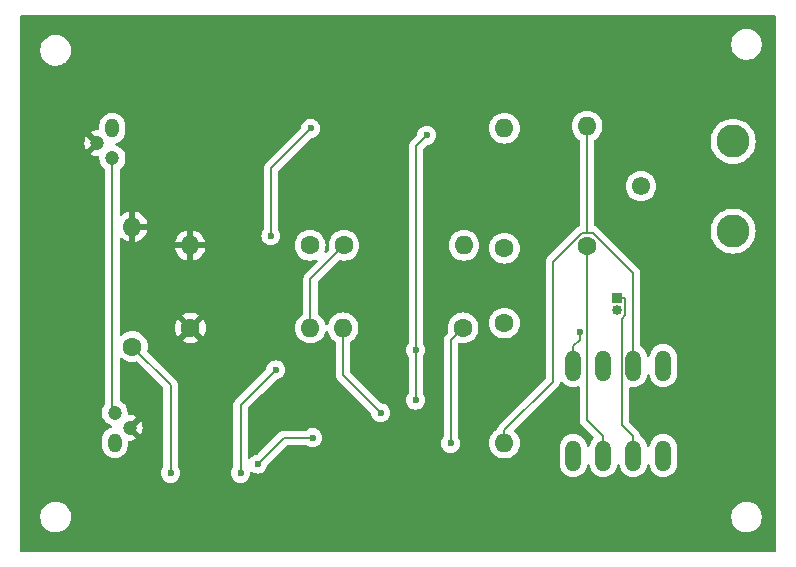
<source format=gbr>
%TF.GenerationSoftware,KiCad,Pcbnew,8.0.8*%
%TF.CreationDate,2025-02-03T10:15:12-05:00*%
%TF.ProjectId,Balanced Polarimeter,42616c61-6e63-4656-9420-506f6c617269,rev?*%
%TF.SameCoordinates,Original*%
%TF.FileFunction,Copper,L2,Bot*%
%TF.FilePolarity,Positive*%
%FSLAX46Y46*%
G04 Gerber Fmt 4.6, Leading zero omitted, Abs format (unit mm)*
G04 Created by KiCad (PCBNEW 8.0.8) date 2025-02-03 10:15:12*
%MOMM*%
%LPD*%
G01*
G04 APERTURE LIST*
%TA.AperFunction,ComponentPad*%
%ADD10C,1.600000*%
%TD*%
%TA.AperFunction,ComponentPad*%
%ADD11O,1.600000X1.600000*%
%TD*%
%TA.AperFunction,ComponentPad*%
%ADD12R,0.850000X0.850000*%
%TD*%
%TA.AperFunction,ComponentPad*%
%ADD13O,0.850000X0.850000*%
%TD*%
%TA.AperFunction,ComponentPad*%
%ADD14C,2.800000*%
%TD*%
%TA.AperFunction,ComponentPad*%
%ADD15C,1.550000*%
%TD*%
%TA.AperFunction,ComponentPad*%
%ADD16O,1.200000X1.600000*%
%TD*%
%TA.AperFunction,ComponentPad*%
%ADD17C,1.200000*%
%TD*%
%TA.AperFunction,ComponentPad*%
%ADD18O,1.320800X2.641600*%
%TD*%
%TA.AperFunction,ViaPad*%
%ADD19C,0.600000*%
%TD*%
%TA.AperFunction,Conductor*%
%ADD20C,0.200000*%
%TD*%
G04 APERTURE END LIST*
D10*
%TO.P,R8,1*%
%TO.N,V_out*%
X170500000Y-81580000D03*
D11*
%TO.P,R8,2*%
%TO.N,Net-(IC1-Pad2)*%
X170500000Y-71420000D03*
%TD*%
D10*
%TO.P,R3,1*%
%TO.N,Net-(R3-Pad1)*%
X163500000Y-81751300D03*
D11*
%TO.P,R3,2*%
%TO.N,Net-(U1--)*%
X163500000Y-71591300D03*
%TD*%
D10*
%TO.P,R7,1*%
%TO.N,Net-(R4-Pad1)*%
X163500000Y-88091300D03*
D11*
%TO.P,R7,2*%
%TO.N,Net-(IC1-Pad2)*%
X163500000Y-98251300D03*
%TD*%
D10*
%TO.P,R2,1*%
%TO.N,Net-(Q2-COLLECTOR_#4_1)*%
X132000000Y-90080000D03*
D11*
%TO.P,R2,2*%
%TO.N,GND*%
X132000000Y-79920000D03*
%TD*%
D10*
%TO.P,R5,1*%
%TO.N,Net-(IC1-Pad3)*%
X149920000Y-81500000D03*
D11*
%TO.P,R5,2*%
%TO.N,Net-(R3-Pad1)*%
X160080000Y-81500000D03*
%TD*%
D12*
%TO.P,J2,1,Pin_1*%
%TO.N,+5V*%
X173000100Y-86000000D03*
D13*
%TO.P,J2,2,Pin_2*%
%TO.N,-5V*%
X173000100Y-87000000D03*
%TD*%
D14*
%TO.P,J1,1,1*%
%TO.N,unconnected-(J1-Pad1)*%
X182862500Y-80300000D03*
%TO.P,J1,2,2*%
%TO.N,unconnected-(J1-Pad2)*%
X182862500Y-72700000D03*
D15*
%TO.P,J1,3,3*%
%TO.N,V_out*%
X175062500Y-76500000D03*
%TD*%
D16*
%TO.P,D1,1,K*%
%TO.N,Net-(D1-K)*%
X130500000Y-98211300D03*
D17*
%TO.P,D1,2,C*%
%TO.N,GND*%
X131770000Y-96941300D03*
%TO.P,D1,3,A*%
%TO.N,+5V*%
X130500000Y-95671300D03*
%TD*%
D18*
%TO.P,IC1,1*%
%TO.N,unconnected-(IC1-Pad1)*%
X176946800Y-91690000D03*
%TO.P,IC1,2*%
%TO.N,Net-(IC1-Pad2)*%
X174406800Y-91690000D03*
%TO.P,IC1,3*%
%TO.N,Net-(IC1-Pad3)*%
X171866800Y-91690000D03*
%TO.P,IC1,4*%
%TO.N,-5V*%
X169326800Y-91690000D03*
%TO.P,IC1,5*%
%TO.N,unconnected-(IC1-Pad5)*%
X169326800Y-99310000D03*
%TO.P,IC1,6*%
%TO.N,V_out*%
X171866800Y-99310000D03*
%TO.P,IC1,7*%
%TO.N,+5V*%
X174406800Y-99310000D03*
%TO.P,IC1,8*%
%TO.N,N/C*%
X176946800Y-99310000D03*
%TD*%
D16*
%TO.P,D2,1,K*%
%TO.N,Net-(D2-K)*%
X130315300Y-71586000D03*
D17*
%TO.P,D2,2,C*%
%TO.N,GND*%
X129045300Y-72856000D03*
%TO.P,D2,3,A*%
%TO.N,+5V*%
X130315300Y-74126000D03*
%TD*%
D10*
%TO.P,R4,1*%
%TO.N,Net-(R4-Pad1)*%
X160000000Y-88500000D03*
D11*
%TO.P,R4,2*%
%TO.N,Net-(U2--)*%
X149840000Y-88500000D03*
%TD*%
D10*
%TO.P,R6,1*%
%TO.N,GND*%
X136920000Y-88500000D03*
D11*
%TO.P,R6,2*%
%TO.N,Net-(IC1-Pad3)*%
X147080000Y-88500000D03*
%TD*%
D10*
%TO.P,R1,1*%
%TO.N,Net-(Q1-COLLECTOR_#4_1)*%
X147048800Y-81500000D03*
D11*
%TO.P,R1,2*%
%TO.N,GND*%
X136888800Y-81500000D03*
%TD*%
D19*
%TO.N,+5V*%
X155982600Y-94610800D03*
X156922500Y-72195600D03*
X155982600Y-90377300D03*
%TO.N,-5V*%
X169859600Y-88817900D03*
%TO.N,Net-(Q1-COLLECTOR_#3_1)*%
X143722000Y-80700100D03*
X147091500Y-71615000D03*
%TO.N,Net-(Q2-BASE_#1)*%
X144127800Y-92046600D03*
X141164100Y-100803000D03*
%TO.N,Net-(Q2-COLLECTOR_#4_1)*%
X135236700Y-100803000D03*
%TO.N,Net-(Q2-COLLECTOR_#3_1)*%
X142621300Y-100023300D03*
X147260900Y-97791600D03*
%TO.N,Net-(R4-Pad1)*%
X158946300Y-98281300D03*
%TO.N,Net-(U2--)*%
X153018200Y-95691300D03*
%TD*%
D20*
%TO.N,+5V*%
X173444600Y-96725300D02*
X173444600Y-87706300D01*
X174406800Y-97687500D02*
X173444600Y-96725300D01*
X130315300Y-74126000D02*
X130315300Y-95486600D01*
X173726800Y-87424100D02*
X173726800Y-86000000D01*
X173000100Y-86000000D02*
X173726800Y-86000000D01*
X130315300Y-95486600D02*
X130500000Y-95671300D01*
X155982600Y-90377300D02*
X155982600Y-94610800D01*
X173444600Y-87706300D02*
X173726800Y-87424100D01*
X155982600Y-73135500D02*
X156922500Y-72195600D01*
X155982600Y-90377300D02*
X155982600Y-73135500D01*
X174406800Y-99310000D02*
X174406800Y-97687500D01*
%TO.N,Net-(IC1-Pad2)*%
X174406800Y-83883400D02*
X170964400Y-80441000D01*
X170500000Y-71420000D02*
X170500000Y-72521700D01*
X167586700Y-82899000D02*
X167586700Y-93062900D01*
X167586700Y-93062900D02*
X163500000Y-97149600D01*
X170500000Y-80441000D02*
X170044700Y-80441000D01*
X170044700Y-80441000D02*
X167586700Y-82899000D01*
X174406800Y-91690000D02*
X174406800Y-83883400D01*
X170500000Y-80441000D02*
X170500000Y-72521700D01*
X170964400Y-80441000D02*
X170500000Y-80441000D01*
X163500000Y-98251300D02*
X163500000Y-97149600D01*
%TO.N,-5V*%
X169326800Y-90067500D02*
X169859600Y-89534700D01*
X169859600Y-89534700D02*
X169859600Y-88817900D01*
X169326800Y-91690000D02*
X169326800Y-90067500D01*
%TO.N,V_out*%
X171866800Y-99310000D02*
X171866800Y-97687500D01*
X171866800Y-97687500D02*
X170500000Y-96320700D01*
X170500000Y-96320700D02*
X170500000Y-81580000D01*
%TO.N,Net-(IC1-Pad3)*%
X147080000Y-88500000D02*
X147080000Y-84340000D01*
X147080000Y-84340000D02*
X149920000Y-81500000D01*
%TO.N,Net-(Q1-COLLECTOR_#3_1)*%
X143722000Y-74984500D02*
X147091500Y-71615000D01*
X143722000Y-80700100D02*
X143722000Y-74984500D01*
%TO.N,Net-(Q2-BASE_#1)*%
X144127800Y-92046600D02*
X141164100Y-95010300D01*
X141164100Y-95010300D02*
X141164100Y-100803000D01*
%TO.N,Net-(Q2-COLLECTOR_#4_1)*%
X132000000Y-90080000D02*
X135236700Y-93316700D01*
X135236700Y-93316700D02*
X135236700Y-100803000D01*
%TO.N,Net-(Q2-COLLECTOR_#3_1)*%
X144853000Y-97791600D02*
X142621300Y-100023300D01*
X147260900Y-97791600D02*
X144853000Y-97791600D01*
%TO.N,Net-(R4-Pad1)*%
X158946300Y-89553700D02*
X160000000Y-88500000D01*
X158946300Y-98281300D02*
X158946300Y-89553700D01*
%TO.N,Net-(U2--)*%
X149840000Y-92513100D02*
X149840000Y-88500000D01*
X153018200Y-95691300D02*
X149840000Y-92513100D01*
%TD*%
%TA.AperFunction,Conductor*%
%TO.N,GND*%
G36*
X186442539Y-62020185D02*
G01*
X186488294Y-62072989D01*
X186499500Y-62124500D01*
X186499500Y-107375500D01*
X186479815Y-107442539D01*
X186427011Y-107488294D01*
X186375500Y-107499500D01*
X122624500Y-107499500D01*
X122557461Y-107479815D01*
X122511706Y-107427011D01*
X122500500Y-107375500D01*
X122500500Y-104397648D01*
X124199500Y-104397648D01*
X124199500Y-104602351D01*
X124231522Y-104804534D01*
X124294781Y-104999223D01*
X124387715Y-105181613D01*
X124508028Y-105347213D01*
X124652786Y-105491971D01*
X124807749Y-105604556D01*
X124818390Y-105612287D01*
X124934607Y-105671503D01*
X125000776Y-105705218D01*
X125000778Y-105705218D01*
X125000781Y-105705220D01*
X125105137Y-105739127D01*
X125195465Y-105768477D01*
X125296557Y-105784488D01*
X125397648Y-105800500D01*
X125397649Y-105800500D01*
X125602351Y-105800500D01*
X125602352Y-105800500D01*
X125804534Y-105768477D01*
X125999219Y-105705220D01*
X126181610Y-105612287D01*
X126274590Y-105544732D01*
X126347213Y-105491971D01*
X126347215Y-105491968D01*
X126347219Y-105491966D01*
X126491966Y-105347219D01*
X126491968Y-105347215D01*
X126491971Y-105347213D01*
X126544732Y-105274590D01*
X126612287Y-105181610D01*
X126705220Y-104999219D01*
X126768477Y-104804534D01*
X126800500Y-104602352D01*
X126800500Y-104397648D01*
X182699500Y-104397648D01*
X182699500Y-104602351D01*
X182731522Y-104804534D01*
X182794781Y-104999223D01*
X182887715Y-105181613D01*
X183008028Y-105347213D01*
X183152786Y-105491971D01*
X183307749Y-105604556D01*
X183318390Y-105612287D01*
X183434607Y-105671503D01*
X183500776Y-105705218D01*
X183500778Y-105705218D01*
X183500781Y-105705220D01*
X183605137Y-105739127D01*
X183695465Y-105768477D01*
X183796557Y-105784488D01*
X183897648Y-105800500D01*
X183897649Y-105800500D01*
X184102351Y-105800500D01*
X184102352Y-105800500D01*
X184304534Y-105768477D01*
X184499219Y-105705220D01*
X184681610Y-105612287D01*
X184774590Y-105544732D01*
X184847213Y-105491971D01*
X184847215Y-105491968D01*
X184847219Y-105491966D01*
X184991966Y-105347219D01*
X184991968Y-105347215D01*
X184991971Y-105347213D01*
X185044732Y-105274590D01*
X185112287Y-105181610D01*
X185205220Y-104999219D01*
X185268477Y-104804534D01*
X185300500Y-104602352D01*
X185300500Y-104397648D01*
X185268477Y-104195466D01*
X185205220Y-104000781D01*
X185205218Y-104000778D01*
X185205218Y-104000776D01*
X185171503Y-103934607D01*
X185112287Y-103818390D01*
X185104556Y-103807749D01*
X184991971Y-103652786D01*
X184847213Y-103508028D01*
X184681613Y-103387715D01*
X184681612Y-103387714D01*
X184681610Y-103387713D01*
X184624653Y-103358691D01*
X184499223Y-103294781D01*
X184304534Y-103231522D01*
X184129995Y-103203878D01*
X184102352Y-103199500D01*
X183897648Y-103199500D01*
X183873329Y-103203351D01*
X183695465Y-103231522D01*
X183500776Y-103294781D01*
X183318386Y-103387715D01*
X183152786Y-103508028D01*
X183008028Y-103652786D01*
X182887715Y-103818386D01*
X182794781Y-104000776D01*
X182731522Y-104195465D01*
X182699500Y-104397648D01*
X126800500Y-104397648D01*
X126768477Y-104195466D01*
X126705220Y-104000781D01*
X126705218Y-104000778D01*
X126705218Y-104000776D01*
X126671503Y-103934607D01*
X126612287Y-103818390D01*
X126604556Y-103807749D01*
X126491971Y-103652786D01*
X126347213Y-103508028D01*
X126181613Y-103387715D01*
X126181612Y-103387714D01*
X126181610Y-103387713D01*
X126124653Y-103358691D01*
X125999223Y-103294781D01*
X125804534Y-103231522D01*
X125629995Y-103203878D01*
X125602352Y-103199500D01*
X125397648Y-103199500D01*
X125373329Y-103203351D01*
X125195465Y-103231522D01*
X125000776Y-103294781D01*
X124818386Y-103387715D01*
X124652786Y-103508028D01*
X124508028Y-103652786D01*
X124387715Y-103818386D01*
X124294781Y-104000776D01*
X124231522Y-104195465D01*
X124199500Y-104397648D01*
X122500500Y-104397648D01*
X122500500Y-72855999D01*
X127940587Y-72855999D01*
X127940587Y-72856000D01*
X127959396Y-73058989D01*
X127959397Y-73058992D01*
X128015183Y-73255063D01*
X128015186Y-73255069D01*
X128106051Y-73437551D01*
X128107833Y-73439911D01*
X128691746Y-72856000D01*
X128107833Y-72272087D01*
X128106055Y-72274442D01*
X128106054Y-72274443D01*
X128015186Y-72456930D01*
X128015183Y-72456936D01*
X127959397Y-72653007D01*
X127959396Y-72653010D01*
X127940587Y-72855999D01*
X122500500Y-72855999D01*
X122500500Y-71921758D01*
X128464611Y-71921758D01*
X129048853Y-72506000D01*
X128999222Y-72506000D01*
X128910205Y-72529852D01*
X128830395Y-72575930D01*
X128765230Y-72641095D01*
X128719152Y-72720905D01*
X128695300Y-72809922D01*
X128695300Y-72902078D01*
X128719152Y-72991095D01*
X128765230Y-73070905D01*
X128830395Y-73136070D01*
X128910205Y-73182148D01*
X128999222Y-73206000D01*
X129048852Y-73206000D01*
X128464611Y-73790240D01*
X128552885Y-73844897D01*
X128742978Y-73918539D01*
X128943372Y-73956000D01*
X129089816Y-73956000D01*
X129156855Y-73975685D01*
X129202610Y-74028489D01*
X129213287Y-74091440D01*
X129210085Y-74125997D01*
X129210085Y-74126000D01*
X129228902Y-74329082D01*
X129284717Y-74525247D01*
X129284722Y-74525260D01*
X129375627Y-74707821D01*
X129498537Y-74870581D01*
X129649256Y-75007979D01*
X129649258Y-75007980D01*
X129649259Y-75007981D01*
X129656072Y-75012199D01*
X129702710Y-75064223D01*
X129714800Y-75117629D01*
X129714800Y-94844058D01*
X129695115Y-94911097D01*
X129686649Y-94922116D01*
X129686690Y-94922147D01*
X129560327Y-95089478D01*
X129469422Y-95272039D01*
X129469417Y-95272052D01*
X129413602Y-95468217D01*
X129394785Y-95671299D01*
X129394785Y-95671300D01*
X129413602Y-95874382D01*
X129469417Y-96070547D01*
X129469422Y-96070560D01*
X129560327Y-96253121D01*
X129683237Y-96415881D01*
X129833958Y-96553280D01*
X129833960Y-96553282D01*
X129895362Y-96591300D01*
X130007363Y-96660648D01*
X130178820Y-96727070D01*
X130234221Y-96769643D01*
X130257812Y-96835410D01*
X130242101Y-96903490D01*
X130192077Y-96952269D01*
X130172348Y-96960626D01*
X130077555Y-96991427D01*
X130077552Y-96991428D01*
X130077550Y-96991429D01*
X129923211Y-97070068D01*
X129876111Y-97104289D01*
X129783072Y-97171886D01*
X129783070Y-97171888D01*
X129783069Y-97171888D01*
X129660588Y-97294369D01*
X129660588Y-97294370D01*
X129660586Y-97294372D01*
X129627167Y-97340369D01*
X129558768Y-97434511D01*
X129480128Y-97588852D01*
X129426597Y-97753602D01*
X129399500Y-97924689D01*
X129399500Y-98497910D01*
X129412021Y-98576969D01*
X129426598Y-98669001D01*
X129480127Y-98833745D01*
X129558768Y-98988088D01*
X129660586Y-99128228D01*
X129783072Y-99250714D01*
X129923212Y-99352532D01*
X130077555Y-99431173D01*
X130242299Y-99484702D01*
X130413389Y-99511800D01*
X130413390Y-99511800D01*
X130586610Y-99511800D01*
X130586611Y-99511800D01*
X130757701Y-99484702D01*
X130922445Y-99431173D01*
X131076788Y-99352532D01*
X131216928Y-99250714D01*
X131339414Y-99128228D01*
X131441232Y-98988088D01*
X131519873Y-98833745D01*
X131573402Y-98669001D01*
X131600500Y-98497911D01*
X131600500Y-98165300D01*
X131620185Y-98098261D01*
X131672989Y-98052506D01*
X131724500Y-98041300D01*
X131871928Y-98041300D01*
X132072322Y-98003839D01*
X132262412Y-97930199D01*
X132262416Y-97930197D01*
X132350686Y-97875541D01*
X132350686Y-97875540D01*
X131766446Y-97291300D01*
X131816078Y-97291300D01*
X131905095Y-97267448D01*
X131984905Y-97221370D01*
X132050070Y-97156205D01*
X132096148Y-97076395D01*
X132120000Y-96987378D01*
X132120000Y-96941300D01*
X132123553Y-96941300D01*
X132707465Y-97525212D01*
X132709247Y-97522853D01*
X132709248Y-97522851D01*
X132800113Y-97340369D01*
X132800116Y-97340363D01*
X132855902Y-97144292D01*
X132855903Y-97144289D01*
X132874713Y-96941300D01*
X132874713Y-96941299D01*
X132855903Y-96738310D01*
X132855902Y-96738307D01*
X132800116Y-96542236D01*
X132800113Y-96542230D01*
X132709249Y-96359749D01*
X132709247Y-96359747D01*
X132707465Y-96357387D01*
X132123553Y-96941300D01*
X132120000Y-96941300D01*
X132120000Y-96895222D01*
X132096148Y-96806205D01*
X132050070Y-96726395D01*
X131984905Y-96661230D01*
X131905095Y-96615152D01*
X131816078Y-96591300D01*
X131766446Y-96591300D01*
X132350687Y-96007058D01*
X132262413Y-95952401D01*
X132262411Y-95952400D01*
X132072321Y-95878760D01*
X131871928Y-95841300D01*
X131725484Y-95841300D01*
X131658445Y-95821615D01*
X131612690Y-95768811D01*
X131602013Y-95705860D01*
X131605215Y-95671302D01*
X131605215Y-95671299D01*
X131586397Y-95468217D01*
X131565897Y-95396168D01*
X131530582Y-95272050D01*
X131524101Y-95259035D01*
X131486272Y-95183064D01*
X131439673Y-95089479D01*
X131342138Y-94960322D01*
X131316762Y-94926718D01*
X131166041Y-94789319D01*
X131166039Y-94789317D01*
X130992640Y-94681953D01*
X130987500Y-94679394D01*
X130988323Y-94677740D01*
X130939589Y-94640275D01*
X130916013Y-94574504D01*
X130915800Y-94567242D01*
X130915800Y-91134349D01*
X130935485Y-91067310D01*
X130988289Y-91021555D01*
X131057447Y-91011611D01*
X131121003Y-91040636D01*
X131127481Y-91046668D01*
X131160858Y-91080045D01*
X131160861Y-91080047D01*
X131347266Y-91210568D01*
X131553504Y-91306739D01*
X131773308Y-91365635D01*
X131935230Y-91379801D01*
X131999998Y-91385468D01*
X132000000Y-91385468D01*
X132000002Y-91385468D01*
X132056673Y-91380509D01*
X132226692Y-91365635D01*
X132322932Y-91339847D01*
X132392781Y-91341510D01*
X132442706Y-91371941D01*
X134599881Y-93529116D01*
X134633366Y-93590439D01*
X134636200Y-93616797D01*
X134636200Y-100220587D01*
X134616515Y-100287626D01*
X134609150Y-100297896D01*
X134606886Y-100300734D01*
X134510911Y-100453476D01*
X134451331Y-100623745D01*
X134451330Y-100623750D01*
X134431135Y-100802996D01*
X134431135Y-100803003D01*
X134451330Y-100982249D01*
X134451331Y-100982254D01*
X134510911Y-101152523D01*
X134606884Y-101305262D01*
X134734438Y-101432816D01*
X134887178Y-101528789D01*
X135057445Y-101588368D01*
X135057450Y-101588369D01*
X135236696Y-101608565D01*
X135236700Y-101608565D01*
X135236704Y-101608565D01*
X135415949Y-101588369D01*
X135415952Y-101588368D01*
X135415955Y-101588368D01*
X135586222Y-101528789D01*
X135738962Y-101432816D01*
X135866516Y-101305262D01*
X135962489Y-101152522D01*
X136022068Y-100982255D01*
X136024205Y-100963290D01*
X136042265Y-100803003D01*
X136042265Y-100802996D01*
X140358535Y-100802996D01*
X140358535Y-100803003D01*
X140378730Y-100982249D01*
X140378731Y-100982254D01*
X140438311Y-101152523D01*
X140534284Y-101305262D01*
X140661838Y-101432816D01*
X140814578Y-101528789D01*
X140984845Y-101588368D01*
X140984850Y-101588369D01*
X141164096Y-101608565D01*
X141164100Y-101608565D01*
X141164104Y-101608565D01*
X141343349Y-101588369D01*
X141343352Y-101588368D01*
X141343355Y-101588368D01*
X141513622Y-101528789D01*
X141666362Y-101432816D01*
X141793916Y-101305262D01*
X141889889Y-101152522D01*
X141949468Y-100982255D01*
X141951605Y-100963290D01*
X141969665Y-100803003D01*
X141969665Y-100803001D01*
X141969665Y-100803000D01*
X141968939Y-100796558D01*
X141980992Y-100727738D01*
X142028340Y-100676357D01*
X142095950Y-100658731D01*
X142158130Y-100677679D01*
X142194298Y-100700405D01*
X142271775Y-100749088D01*
X142442045Y-100808668D01*
X142442050Y-100808669D01*
X142621296Y-100828865D01*
X142621300Y-100828865D01*
X142621304Y-100828865D01*
X142800549Y-100808669D01*
X142800552Y-100808668D01*
X142800555Y-100808668D01*
X142970822Y-100749089D01*
X143123562Y-100653116D01*
X143251116Y-100525562D01*
X143347089Y-100372822D01*
X143406668Y-100202555D01*
X143416461Y-100115629D01*
X143443526Y-100051218D01*
X143451990Y-100041843D01*
X145065416Y-98428419D01*
X145126739Y-98394934D01*
X145153097Y-98392100D01*
X146678488Y-98392100D01*
X146745527Y-98411785D01*
X146755803Y-98419155D01*
X146758636Y-98421414D01*
X146758638Y-98421416D01*
X146911378Y-98517389D01*
X146967229Y-98536932D01*
X147081645Y-98576968D01*
X147081650Y-98576969D01*
X147260896Y-98597165D01*
X147260900Y-98597165D01*
X147260904Y-98597165D01*
X147440149Y-98576969D01*
X147440152Y-98576968D01*
X147440155Y-98576968D01*
X147610422Y-98517389D01*
X147763162Y-98421416D01*
X147890716Y-98293862D01*
X147898612Y-98281296D01*
X158140735Y-98281296D01*
X158140735Y-98281303D01*
X158160930Y-98460549D01*
X158160931Y-98460554D01*
X158220511Y-98630823D01*
X158262594Y-98697797D01*
X158316484Y-98783562D01*
X158444038Y-98911116D01*
X158596778Y-99007089D01*
X158767045Y-99066668D01*
X158767050Y-99066669D01*
X158946296Y-99086865D01*
X158946300Y-99086865D01*
X158946304Y-99086865D01*
X159125549Y-99066669D01*
X159125552Y-99066668D01*
X159125555Y-99066668D01*
X159295822Y-99007089D01*
X159448562Y-98911116D01*
X159576116Y-98783562D01*
X159672089Y-98630822D01*
X159731668Y-98460555D01*
X159740997Y-98377758D01*
X159751865Y-98281303D01*
X159751865Y-98281296D01*
X159748485Y-98251298D01*
X162194532Y-98251298D01*
X162194532Y-98251301D01*
X162214364Y-98477986D01*
X162214366Y-98477997D01*
X162273258Y-98697788D01*
X162273261Y-98697797D01*
X162369431Y-98904032D01*
X162369432Y-98904034D01*
X162499954Y-99090441D01*
X162660858Y-99251345D01*
X162660861Y-99251347D01*
X162847266Y-99381868D01*
X163053504Y-99478039D01*
X163273308Y-99536935D01*
X163435230Y-99551101D01*
X163499998Y-99556768D01*
X163500000Y-99556768D01*
X163500002Y-99556768D01*
X163556673Y-99551809D01*
X163726692Y-99536935D01*
X163946496Y-99478039D01*
X164152734Y-99381868D01*
X164339139Y-99251347D01*
X164500047Y-99090439D01*
X164630568Y-98904034D01*
X164726739Y-98697796D01*
X164785635Y-98477992D01*
X164805468Y-98251300D01*
X164785635Y-98024608D01*
X164726739Y-97804804D01*
X164630568Y-97598566D01*
X164515697Y-97434512D01*
X164500045Y-97412158D01*
X164381041Y-97293154D01*
X164347556Y-97231831D01*
X164352540Y-97162139D01*
X164381039Y-97117794D01*
X168067220Y-93431616D01*
X168146277Y-93294684D01*
X168187201Y-93141957D01*
X168187201Y-93138550D01*
X168188014Y-93135781D01*
X168188262Y-93133898D01*
X168188555Y-93133936D01*
X168206886Y-93071511D01*
X168259690Y-93025756D01*
X168328848Y-93015812D01*
X168392404Y-93044837D01*
X168411518Y-93065664D01*
X168441315Y-93106676D01*
X168570524Y-93235885D01*
X168718356Y-93343291D01*
X168881169Y-93426248D01*
X169054955Y-93482715D01*
X169122635Y-93493434D01*
X169235430Y-93511300D01*
X169235435Y-93511300D01*
X169418170Y-93511300D01*
X169500201Y-93498306D01*
X169598645Y-93482715D01*
X169737186Y-93437699D01*
X169807022Y-93435705D01*
X169866855Y-93471785D01*
X169897684Y-93534485D01*
X169899500Y-93555631D01*
X169899500Y-96234030D01*
X169899499Y-96234048D01*
X169899499Y-96399754D01*
X169899498Y-96399754D01*
X169937676Y-96542236D01*
X169940423Y-96552485D01*
X169940852Y-96553228D01*
X169940869Y-96553289D01*
X169940883Y-96553282D01*
X170019475Y-96689409D01*
X170019481Y-96689417D01*
X170138349Y-96808285D01*
X170138355Y-96808290D01*
X171014671Y-97684606D01*
X171048156Y-97745929D01*
X171043172Y-97815621D01*
X171014671Y-97859968D01*
X170981317Y-97893321D01*
X170873909Y-98041155D01*
X170790953Y-98203966D01*
X170734484Y-98377758D01*
X170719273Y-98473797D01*
X170689344Y-98536932D01*
X170630032Y-98573863D01*
X170560169Y-98572865D01*
X170501937Y-98534255D01*
X170474327Y-98473797D01*
X170459115Y-98377758D01*
X170459115Y-98377755D01*
X170402648Y-98203969D01*
X170319691Y-98041156D01*
X170212285Y-97893324D01*
X170083076Y-97764115D01*
X169935244Y-97656709D01*
X169772431Y-97573752D01*
X169598645Y-97517285D01*
X169598643Y-97517284D01*
X169598641Y-97517284D01*
X169418170Y-97488700D01*
X169418165Y-97488700D01*
X169235435Y-97488700D01*
X169235430Y-97488700D01*
X169054958Y-97517284D01*
X168881166Y-97573753D01*
X168718355Y-97656709D01*
X168570521Y-97764117D01*
X168441317Y-97893321D01*
X168333909Y-98041155D01*
X168250953Y-98203966D01*
X168194484Y-98377758D01*
X168165900Y-98558229D01*
X168165900Y-100061770D01*
X168194484Y-100242241D01*
X168194485Y-100242245D01*
X168250952Y-100416031D01*
X168333909Y-100578844D01*
X168441315Y-100726676D01*
X168570524Y-100855885D01*
X168718356Y-100963291D01*
X168881169Y-101046248D01*
X169054955Y-101102715D01*
X169122635Y-101113434D01*
X169235430Y-101131300D01*
X169235435Y-101131300D01*
X169418170Y-101131300D01*
X169518431Y-101115419D01*
X169598645Y-101102715D01*
X169772431Y-101046248D01*
X169935244Y-100963291D01*
X170083076Y-100855885D01*
X170212285Y-100726676D01*
X170319691Y-100578844D01*
X170402648Y-100416031D01*
X170459115Y-100242245D01*
X170474327Y-100146202D01*
X170504256Y-100083067D01*
X170563568Y-100046136D01*
X170633430Y-100047134D01*
X170691663Y-100085744D01*
X170719273Y-100146202D01*
X170734484Y-100242241D01*
X170734485Y-100242245D01*
X170790952Y-100416031D01*
X170873909Y-100578844D01*
X170981315Y-100726676D01*
X171110524Y-100855885D01*
X171258356Y-100963291D01*
X171421169Y-101046248D01*
X171594955Y-101102715D01*
X171662635Y-101113434D01*
X171775430Y-101131300D01*
X171775435Y-101131300D01*
X171958170Y-101131300D01*
X172058431Y-101115419D01*
X172138645Y-101102715D01*
X172312431Y-101046248D01*
X172475244Y-100963291D01*
X172623076Y-100855885D01*
X172752285Y-100726676D01*
X172859691Y-100578844D01*
X172942648Y-100416031D01*
X172999115Y-100242245D01*
X173014327Y-100146202D01*
X173044256Y-100083067D01*
X173103568Y-100046136D01*
X173173430Y-100047134D01*
X173231663Y-100085744D01*
X173259273Y-100146202D01*
X173274484Y-100242241D01*
X173274485Y-100242245D01*
X173330952Y-100416031D01*
X173413909Y-100578844D01*
X173521315Y-100726676D01*
X173650524Y-100855885D01*
X173798356Y-100963291D01*
X173961169Y-101046248D01*
X174134955Y-101102715D01*
X174202635Y-101113434D01*
X174315430Y-101131300D01*
X174315435Y-101131300D01*
X174498170Y-101131300D01*
X174598431Y-101115419D01*
X174678645Y-101102715D01*
X174852431Y-101046248D01*
X175015244Y-100963291D01*
X175163076Y-100855885D01*
X175292285Y-100726676D01*
X175399691Y-100578844D01*
X175482648Y-100416031D01*
X175539115Y-100242245D01*
X175554327Y-100146202D01*
X175584256Y-100083067D01*
X175643568Y-100046136D01*
X175713430Y-100047134D01*
X175771663Y-100085744D01*
X175799273Y-100146202D01*
X175814484Y-100242241D01*
X175814485Y-100242245D01*
X175870952Y-100416031D01*
X175953909Y-100578844D01*
X176061315Y-100726676D01*
X176190524Y-100855885D01*
X176338356Y-100963291D01*
X176501169Y-101046248D01*
X176674955Y-101102715D01*
X176742635Y-101113434D01*
X176855430Y-101131300D01*
X176855435Y-101131300D01*
X177038170Y-101131300D01*
X177138431Y-101115419D01*
X177218645Y-101102715D01*
X177392431Y-101046248D01*
X177555244Y-100963291D01*
X177703076Y-100855885D01*
X177832285Y-100726676D01*
X177939691Y-100578844D01*
X178022648Y-100416031D01*
X178079115Y-100242245D01*
X178094327Y-100146202D01*
X178107700Y-100061770D01*
X178107700Y-98558229D01*
X178079115Y-98377758D01*
X178079115Y-98377755D01*
X178022648Y-98203969D01*
X177939691Y-98041156D01*
X177832285Y-97893324D01*
X177703076Y-97764115D01*
X177555244Y-97656709D01*
X177392431Y-97573752D01*
X177218645Y-97517285D01*
X177218643Y-97517284D01*
X177218641Y-97517284D01*
X177038170Y-97488700D01*
X177038165Y-97488700D01*
X176855435Y-97488700D01*
X176855430Y-97488700D01*
X176674958Y-97517284D01*
X176501166Y-97573753D01*
X176338355Y-97656709D01*
X176190521Y-97764117D01*
X176061317Y-97893321D01*
X175953909Y-98041155D01*
X175870953Y-98203966D01*
X175814484Y-98377758D01*
X175799273Y-98473797D01*
X175769344Y-98536932D01*
X175710032Y-98573863D01*
X175640169Y-98572865D01*
X175581937Y-98534255D01*
X175554327Y-98473797D01*
X175539115Y-98377758D01*
X175539115Y-98377755D01*
X175482648Y-98203969D01*
X175399691Y-98041156D01*
X175292285Y-97893324D01*
X175163076Y-97764115D01*
X175056584Y-97686744D01*
X175013920Y-97631415D01*
X175010000Y-97616127D01*
X175009401Y-97616288D01*
X175004652Y-97598558D01*
X175004652Y-97598557D01*
X174996253Y-97567214D01*
X174966377Y-97455715D01*
X174923462Y-97381385D01*
X174923462Y-97381383D01*
X174887324Y-97318790D01*
X174887321Y-97318786D01*
X174887320Y-97318784D01*
X174775516Y-97206980D01*
X174775515Y-97206979D01*
X174771185Y-97202649D01*
X174771174Y-97202639D01*
X174081419Y-96512884D01*
X174047934Y-96451561D01*
X174045100Y-96425203D01*
X174045100Y-93613668D01*
X174064785Y-93546629D01*
X174117589Y-93500874D01*
X174186747Y-93490930D01*
X174188433Y-93491185D01*
X174242565Y-93499758D01*
X174315431Y-93511300D01*
X174315435Y-93511300D01*
X174498170Y-93511300D01*
X174598431Y-93495419D01*
X174678645Y-93482715D01*
X174852431Y-93426248D01*
X175015244Y-93343291D01*
X175163076Y-93235885D01*
X175292285Y-93106676D01*
X175399691Y-92958844D01*
X175482648Y-92796031D01*
X175539115Y-92622245D01*
X175554327Y-92526202D01*
X175584256Y-92463067D01*
X175643568Y-92426136D01*
X175713430Y-92427134D01*
X175771663Y-92465744D01*
X175799273Y-92526202D01*
X175814484Y-92622241D01*
X175814485Y-92622245D01*
X175870952Y-92796031D01*
X175953909Y-92958844D01*
X176061315Y-93106676D01*
X176190524Y-93235885D01*
X176338356Y-93343291D01*
X176501169Y-93426248D01*
X176674955Y-93482715D01*
X176742635Y-93493434D01*
X176855430Y-93511300D01*
X176855435Y-93511300D01*
X177038170Y-93511300D01*
X177138431Y-93495419D01*
X177218645Y-93482715D01*
X177392431Y-93426248D01*
X177555244Y-93343291D01*
X177703076Y-93235885D01*
X177832285Y-93106676D01*
X177939691Y-92958844D01*
X178022648Y-92796031D01*
X178079115Y-92622245D01*
X178094327Y-92526202D01*
X178107700Y-92441770D01*
X178107700Y-90938229D01*
X178079115Y-90757758D01*
X178079115Y-90757755D01*
X178022648Y-90583969D01*
X177939691Y-90421156D01*
X177832285Y-90273324D01*
X177703076Y-90144115D01*
X177555244Y-90036709D01*
X177392431Y-89953752D01*
X177218645Y-89897285D01*
X177218643Y-89897284D01*
X177218641Y-89897284D01*
X177038170Y-89868700D01*
X177038165Y-89868700D01*
X176855435Y-89868700D01*
X176855430Y-89868700D01*
X176674958Y-89897284D01*
X176501166Y-89953753D01*
X176338355Y-90036709D01*
X176190521Y-90144117D01*
X176061317Y-90273321D01*
X175953909Y-90421155D01*
X175870953Y-90583966D01*
X175814484Y-90757758D01*
X175799273Y-90853797D01*
X175769344Y-90916932D01*
X175710032Y-90953863D01*
X175640169Y-90952865D01*
X175581937Y-90914255D01*
X175554327Y-90853797D01*
X175539115Y-90757758D01*
X175539115Y-90757755D01*
X175482648Y-90583969D01*
X175399691Y-90421156D01*
X175292285Y-90273324D01*
X175163076Y-90144115D01*
X175058413Y-90068073D01*
X175015749Y-90012744D01*
X175007300Y-89967756D01*
X175007300Y-83972460D01*
X175007301Y-83972447D01*
X175007301Y-83804344D01*
X174966376Y-83651614D01*
X174966373Y-83651609D01*
X174887324Y-83514690D01*
X174887318Y-83514682D01*
X171672633Y-80299998D01*
X180957145Y-80299998D01*
X180957145Y-80300001D01*
X180976539Y-80571160D01*
X180976540Y-80571167D01*
X181017361Y-80758820D01*
X181034325Y-80836801D01*
X181110830Y-81041920D01*
X181129330Y-81091519D01*
X181259609Y-81330107D01*
X181259610Y-81330108D01*
X181259613Y-81330113D01*
X181422529Y-81547742D01*
X181422533Y-81547746D01*
X181422538Y-81547752D01*
X181614747Y-81739961D01*
X181614753Y-81739966D01*
X181614758Y-81739971D01*
X181832387Y-81902887D01*
X181832391Y-81902889D01*
X181832392Y-81902890D01*
X182070981Y-82033169D01*
X182070980Y-82033169D01*
X182070984Y-82033170D01*
X182070987Y-82033172D01*
X182325699Y-82128175D01*
X182591340Y-82185961D01*
X182843105Y-82203967D01*
X182862499Y-82205355D01*
X182862500Y-82205355D01*
X182862501Y-82205355D01*
X182880600Y-82204060D01*
X183133660Y-82185961D01*
X183399301Y-82128175D01*
X183654013Y-82033172D01*
X183654017Y-82033169D01*
X183654019Y-82033169D01*
X183813060Y-81946326D01*
X183892613Y-81902887D01*
X184110242Y-81739971D01*
X184302471Y-81547742D01*
X184465387Y-81330113D01*
X184591821Y-81098566D01*
X184595669Y-81091519D01*
X184595669Y-81091517D01*
X184595672Y-81091513D01*
X184690675Y-80836801D01*
X184748461Y-80571160D01*
X184767855Y-80300000D01*
X184748461Y-80028840D01*
X184690675Y-79763199D01*
X184595672Y-79508487D01*
X184595670Y-79508484D01*
X184595669Y-79508480D01*
X184465390Y-79269892D01*
X184465389Y-79269891D01*
X184465387Y-79269887D01*
X184302471Y-79052258D01*
X184302466Y-79052253D01*
X184302461Y-79052247D01*
X184110252Y-78860038D01*
X184110246Y-78860033D01*
X184110242Y-78860029D01*
X183892613Y-78697113D01*
X183892608Y-78697110D01*
X183892607Y-78697109D01*
X183654018Y-78566830D01*
X183654019Y-78566830D01*
X183604420Y-78548330D01*
X183399301Y-78471825D01*
X183399294Y-78471823D01*
X183399293Y-78471823D01*
X183133667Y-78414040D01*
X183133660Y-78414039D01*
X182862501Y-78394645D01*
X182862499Y-78394645D01*
X182591339Y-78414039D01*
X182591332Y-78414040D01*
X182325706Y-78471823D01*
X182325702Y-78471824D01*
X182325699Y-78471825D01*
X182198343Y-78519326D01*
X182070980Y-78566830D01*
X181832392Y-78697109D01*
X181832391Y-78697110D01*
X181614759Y-78860028D01*
X181614747Y-78860038D01*
X181422538Y-79052247D01*
X181422528Y-79052259D01*
X181259610Y-79269891D01*
X181259609Y-79269892D01*
X181129330Y-79508480D01*
X181095225Y-79599920D01*
X181034325Y-79763199D01*
X181034324Y-79763202D01*
X181034323Y-79763206D01*
X180976540Y-80028832D01*
X180976539Y-80028839D01*
X180957145Y-80299998D01*
X171672633Y-80299998D01*
X171451990Y-80079355D01*
X171451988Y-80079352D01*
X171333117Y-79960481D01*
X171333116Y-79960480D01*
X171218896Y-79894535D01*
X171218896Y-79894534D01*
X171218891Y-79894533D01*
X171196185Y-79881423D01*
X171196183Y-79881422D01*
X171192399Y-79880408D01*
X171189566Y-79878681D01*
X171188675Y-79878312D01*
X171188732Y-79878172D01*
X171132741Y-79844039D01*
X171102216Y-79781191D01*
X171100500Y-79760635D01*
X171100500Y-76499999D01*
X173782128Y-76499999D01*
X173782128Y-76500000D01*
X173801579Y-76722329D01*
X173801581Y-76722339D01*
X173859341Y-76937905D01*
X173859343Y-76937909D01*
X173859344Y-76937913D01*
X173953665Y-77140186D01*
X174081678Y-77323007D01*
X174239493Y-77480822D01*
X174422314Y-77608835D01*
X174624587Y-77703156D01*
X174840166Y-77760920D01*
X175018033Y-77776481D01*
X175062499Y-77780372D01*
X175062500Y-77780372D01*
X175062501Y-77780372D01*
X175099555Y-77777130D01*
X175284834Y-77760920D01*
X175500413Y-77703156D01*
X175702686Y-77608835D01*
X175885507Y-77480822D01*
X176043322Y-77323007D01*
X176171335Y-77140186D01*
X176265656Y-76937913D01*
X176323420Y-76722334D01*
X176342872Y-76500000D01*
X176323420Y-76277666D01*
X176265656Y-76062087D01*
X176171335Y-75859814D01*
X176043322Y-75676993D01*
X175885507Y-75519178D01*
X175702686Y-75391165D01*
X175500413Y-75296844D01*
X175500409Y-75296843D01*
X175500405Y-75296841D01*
X175284839Y-75239081D01*
X175284829Y-75239079D01*
X175062501Y-75219628D01*
X175062499Y-75219628D01*
X174840170Y-75239079D01*
X174840160Y-75239081D01*
X174624594Y-75296841D01*
X174624587Y-75296843D01*
X174624587Y-75296844D01*
X174422314Y-75391165D01*
X174239493Y-75519178D01*
X174239491Y-75519179D01*
X174239488Y-75519182D01*
X174081682Y-75676988D01*
X173953665Y-75859814D01*
X173859345Y-76062085D01*
X173859341Y-76062094D01*
X173801581Y-76277660D01*
X173801579Y-76277670D01*
X173782128Y-76499999D01*
X171100500Y-76499999D01*
X171100500Y-72699998D01*
X180957145Y-72699998D01*
X180957145Y-72700001D01*
X180976539Y-72971160D01*
X180976540Y-72971167D01*
X181029486Y-73214557D01*
X181034325Y-73236801D01*
X181108472Y-73435596D01*
X181129330Y-73491519D01*
X181259609Y-73730107D01*
X181259610Y-73730108D01*
X181259613Y-73730113D01*
X181422529Y-73947742D01*
X181422533Y-73947746D01*
X181422538Y-73947752D01*
X181614747Y-74139961D01*
X181614753Y-74139966D01*
X181614758Y-74139971D01*
X181832387Y-74302887D01*
X181832391Y-74302889D01*
X181832392Y-74302890D01*
X182070981Y-74433169D01*
X182070980Y-74433169D01*
X182070984Y-74433170D01*
X182070987Y-74433172D01*
X182325699Y-74528175D01*
X182591340Y-74585961D01*
X182843105Y-74603967D01*
X182862499Y-74605355D01*
X182862500Y-74605355D01*
X182862501Y-74605355D01*
X182880600Y-74604060D01*
X183133660Y-74585961D01*
X183399301Y-74528175D01*
X183654013Y-74433172D01*
X183654017Y-74433169D01*
X183654019Y-74433169D01*
X183844640Y-74329082D01*
X183892613Y-74302887D01*
X184110242Y-74139971D01*
X184302471Y-73947742D01*
X184465387Y-73730113D01*
X184595672Y-73491513D01*
X184690675Y-73236801D01*
X184748461Y-72971160D01*
X184767855Y-72700000D01*
X184748461Y-72428840D01*
X184690675Y-72163199D01*
X184595672Y-71908487D01*
X184595670Y-71908484D01*
X184595669Y-71908480D01*
X184465390Y-71669892D01*
X184465389Y-71669891D01*
X184465387Y-71669887D01*
X184302471Y-71452258D01*
X184302466Y-71452253D01*
X184302461Y-71452247D01*
X184110252Y-71260038D01*
X184110246Y-71260033D01*
X184110242Y-71260029D01*
X183892613Y-71097113D01*
X183892608Y-71097110D01*
X183892607Y-71097109D01*
X183654018Y-70966830D01*
X183654019Y-70966830D01*
X183604420Y-70948330D01*
X183399301Y-70871825D01*
X183399294Y-70871823D01*
X183399293Y-70871823D01*
X183133667Y-70814040D01*
X183133660Y-70814039D01*
X182862501Y-70794645D01*
X182862499Y-70794645D01*
X182591339Y-70814039D01*
X182591332Y-70814040D01*
X182325706Y-70871823D01*
X182325702Y-70871824D01*
X182325699Y-70871825D01*
X182198343Y-70919326D01*
X182070980Y-70966830D01*
X181832392Y-71097109D01*
X181832391Y-71097110D01*
X181614759Y-71260028D01*
X181614747Y-71260038D01*
X181422538Y-71452247D01*
X181422528Y-71452259D01*
X181259610Y-71669891D01*
X181259609Y-71669892D01*
X181129330Y-71908480D01*
X181089099Y-72016345D01*
X181034325Y-72163199D01*
X181034324Y-72163202D01*
X181034323Y-72163206D01*
X180976540Y-72428832D01*
X180976539Y-72428839D01*
X180957145Y-72699998D01*
X171100500Y-72699998D01*
X171100500Y-72651692D01*
X171120185Y-72584653D01*
X171153374Y-72550119D01*
X171339139Y-72420047D01*
X171500047Y-72259139D01*
X171630568Y-72072734D01*
X171726739Y-71866496D01*
X171785635Y-71646692D01*
X171804090Y-71435750D01*
X171805468Y-71420001D01*
X171805468Y-71419998D01*
X171785635Y-71193313D01*
X171785635Y-71193308D01*
X171726739Y-70973504D01*
X171630568Y-70767266D01*
X171507324Y-70591254D01*
X171500045Y-70580858D01*
X171339141Y-70419954D01*
X171152734Y-70289432D01*
X171152732Y-70289431D01*
X170946497Y-70193261D01*
X170946488Y-70193258D01*
X170726697Y-70134366D01*
X170726693Y-70134365D01*
X170726692Y-70134365D01*
X170726691Y-70134364D01*
X170726686Y-70134364D01*
X170500002Y-70114532D01*
X170499998Y-70114532D01*
X170273313Y-70134364D01*
X170273302Y-70134366D01*
X170053511Y-70193258D01*
X170053502Y-70193261D01*
X169847267Y-70289431D01*
X169847265Y-70289432D01*
X169660858Y-70419954D01*
X169499954Y-70580858D01*
X169369432Y-70767265D01*
X169369431Y-70767267D01*
X169273261Y-70973502D01*
X169273258Y-70973511D01*
X169214366Y-71193302D01*
X169214364Y-71193313D01*
X169194532Y-71419998D01*
X169194532Y-71420001D01*
X169214364Y-71646686D01*
X169214366Y-71646697D01*
X169273258Y-71866488D01*
X169273261Y-71866497D01*
X169369431Y-72072732D01*
X169369432Y-72072734D01*
X169499954Y-72259141D01*
X169660858Y-72420045D01*
X169660861Y-72420047D01*
X169846624Y-72550118D01*
X169890248Y-72604693D01*
X169899500Y-72651692D01*
X169899500Y-79763074D01*
X169879815Y-79830113D01*
X169827011Y-79875868D01*
X169820397Y-79878245D01*
X169820425Y-79878312D01*
X169812916Y-79881422D01*
X169796292Y-79891020D01*
X169790205Y-79894535D01*
X169733094Y-79927507D01*
X169675985Y-79960479D01*
X169675982Y-79960481D01*
X168437593Y-81198871D01*
X167217986Y-82418478D01*
X167217984Y-82418480D01*
X167162082Y-82474381D01*
X167106181Y-82530282D01*
X167106180Y-82530284D01*
X167095194Y-82549313D01*
X167027123Y-82667215D01*
X166986199Y-82819943D01*
X166986199Y-82819945D01*
X166986199Y-82988046D01*
X166986200Y-82988059D01*
X166986200Y-92762802D01*
X166966515Y-92829841D01*
X166949881Y-92850483D01*
X163019481Y-96780882D01*
X163019479Y-96780885D01*
X162969361Y-96867694D01*
X162969359Y-96867696D01*
X162940425Y-96917809D01*
X162940424Y-96917810D01*
X162906443Y-97044629D01*
X162870077Y-97104289D01*
X162848680Y-97119915D01*
X162847272Y-97120727D01*
X162660858Y-97251254D01*
X162499954Y-97412158D01*
X162369432Y-97598565D01*
X162369431Y-97598567D01*
X162273261Y-97804802D01*
X162273258Y-97804811D01*
X162214366Y-98024602D01*
X162214364Y-98024613D01*
X162194532Y-98251298D01*
X159748485Y-98251298D01*
X159731669Y-98102050D01*
X159731668Y-98102045D01*
X159730344Y-98098261D01*
X159672089Y-97931778D01*
X159576116Y-97779038D01*
X159576114Y-97779036D01*
X159576113Y-97779034D01*
X159573850Y-97776196D01*
X159572959Y-97774015D01*
X159572411Y-97773142D01*
X159572564Y-97773045D01*
X159547444Y-97711509D01*
X159546800Y-97698887D01*
X159546800Y-89886542D01*
X159566485Y-89819503D01*
X159619289Y-89773748D01*
X159688447Y-89763804D01*
X159702886Y-89766765D01*
X159773308Y-89785635D01*
X159935230Y-89799801D01*
X159999998Y-89805468D01*
X160000000Y-89805468D01*
X160000002Y-89805468D01*
X160056673Y-89800509D01*
X160226692Y-89785635D01*
X160446496Y-89726739D01*
X160652734Y-89630568D01*
X160839139Y-89500047D01*
X161000047Y-89339139D01*
X161130568Y-89152734D01*
X161226739Y-88946496D01*
X161285635Y-88726692D01*
X161305468Y-88500000D01*
X161302701Y-88468378D01*
X161291960Y-88345606D01*
X161285635Y-88273308D01*
X161236866Y-88091298D01*
X162194532Y-88091298D01*
X162194532Y-88091301D01*
X162214364Y-88317986D01*
X162214366Y-88317997D01*
X162273258Y-88537788D01*
X162273261Y-88537797D01*
X162369431Y-88744032D01*
X162369432Y-88744034D01*
X162499954Y-88930441D01*
X162660858Y-89091345D01*
X162660861Y-89091347D01*
X162847266Y-89221868D01*
X163053504Y-89318039D01*
X163053509Y-89318040D01*
X163053511Y-89318041D01*
X163106415Y-89332216D01*
X163273308Y-89376935D01*
X163435230Y-89391101D01*
X163499998Y-89396768D01*
X163500000Y-89396768D01*
X163500002Y-89396768D01*
X163556673Y-89391809D01*
X163726692Y-89376935D01*
X163946496Y-89318039D01*
X164152734Y-89221868D01*
X164339139Y-89091347D01*
X164500047Y-88930439D01*
X164630568Y-88744034D01*
X164726739Y-88537796D01*
X164785635Y-88317992D01*
X164805468Y-88091300D01*
X164785635Y-87864608D01*
X164739268Y-87691564D01*
X164726741Y-87644811D01*
X164726738Y-87644802D01*
X164630568Y-87438567D01*
X164630567Y-87438565D01*
X164582465Y-87369868D01*
X164500047Y-87252161D01*
X164500045Y-87252158D01*
X164339141Y-87091254D01*
X164152734Y-86960732D01*
X164152732Y-86960731D01*
X163946497Y-86864561D01*
X163946488Y-86864558D01*
X163726697Y-86805666D01*
X163726693Y-86805665D01*
X163726692Y-86805665D01*
X163726691Y-86805664D01*
X163726686Y-86805664D01*
X163500002Y-86785832D01*
X163499998Y-86785832D01*
X163273313Y-86805664D01*
X163273302Y-86805666D01*
X163053511Y-86864558D01*
X163053502Y-86864561D01*
X162847267Y-86960731D01*
X162847265Y-86960732D01*
X162660858Y-87091254D01*
X162499954Y-87252158D01*
X162369432Y-87438565D01*
X162369431Y-87438567D01*
X162273261Y-87644802D01*
X162273258Y-87644811D01*
X162214366Y-87864602D01*
X162214364Y-87864613D01*
X162194532Y-88091298D01*
X161236866Y-88091298D01*
X161226739Y-88053504D01*
X161130568Y-87847266D01*
X161000047Y-87660861D01*
X161000045Y-87660858D01*
X160839141Y-87499954D01*
X160652734Y-87369432D01*
X160652732Y-87369431D01*
X160446497Y-87273261D01*
X160446488Y-87273258D01*
X160226697Y-87214366D01*
X160226693Y-87214365D01*
X160226692Y-87214365D01*
X160226691Y-87214364D01*
X160226686Y-87214364D01*
X160000002Y-87194532D01*
X159999998Y-87194532D01*
X159773313Y-87214364D01*
X159773302Y-87214366D01*
X159553511Y-87273258D01*
X159553502Y-87273261D01*
X159347267Y-87369431D01*
X159347265Y-87369432D01*
X159160858Y-87499954D01*
X158999954Y-87660858D01*
X158869432Y-87847265D01*
X158869431Y-87847267D01*
X158773261Y-88053502D01*
X158773258Y-88053511D01*
X158714366Y-88273302D01*
X158714364Y-88273313D01*
X158694532Y-88499998D01*
X158694532Y-88500001D01*
X158714364Y-88726686D01*
X158714366Y-88726697D01*
X158740152Y-88822931D01*
X158738489Y-88892781D01*
X158708059Y-88942705D01*
X158577586Y-89073178D01*
X158465781Y-89184982D01*
X158465779Y-89184985D01*
X158415661Y-89271794D01*
X158415659Y-89271796D01*
X158386725Y-89321909D01*
X158386724Y-89321910D01*
X158386723Y-89321915D01*
X158345799Y-89474643D01*
X158345799Y-89474645D01*
X158345799Y-89642746D01*
X158345800Y-89642759D01*
X158345800Y-97698887D01*
X158326115Y-97765926D01*
X158318750Y-97776196D01*
X158316486Y-97779034D01*
X158220511Y-97931776D01*
X158160931Y-98102045D01*
X158160930Y-98102050D01*
X158140735Y-98281296D01*
X147898612Y-98281296D01*
X147986689Y-98141122D01*
X148046268Y-97970855D01*
X148055004Y-97893321D01*
X148066465Y-97791603D01*
X148066465Y-97791596D01*
X148046269Y-97612350D01*
X148046268Y-97612345D01*
X148041447Y-97598567D01*
X147986689Y-97442078D01*
X147981934Y-97434511D01*
X147893879Y-97294372D01*
X147890716Y-97289338D01*
X147763162Y-97161784D01*
X147735319Y-97144289D01*
X147610423Y-97065811D01*
X147440154Y-97006231D01*
X147440149Y-97006230D01*
X147260904Y-96986035D01*
X147260896Y-96986035D01*
X147081650Y-97006230D01*
X147081645Y-97006231D01*
X146911376Y-97065811D01*
X146758636Y-97161785D01*
X146755803Y-97164045D01*
X146753624Y-97164934D01*
X146752742Y-97165489D01*
X146752644Y-97165334D01*
X146691117Y-97190455D01*
X146678488Y-97191100D01*
X144773940Y-97191100D01*
X144733019Y-97202064D01*
X144733019Y-97202065D01*
X144695751Y-97212051D01*
X144621214Y-97232023D01*
X144621209Y-97232026D01*
X144484290Y-97311075D01*
X144484282Y-97311081D01*
X144372478Y-97422886D01*
X142602765Y-99192598D01*
X142541442Y-99226083D01*
X142528968Y-99228137D01*
X142442050Y-99237930D01*
X142271778Y-99297510D01*
X142119037Y-99393484D01*
X141991484Y-99521037D01*
X141987141Y-99526484D01*
X141985301Y-99525017D01*
X141941251Y-99563975D01*
X141872196Y-99574618D01*
X141808350Y-99546238D01*
X141769983Y-99487846D01*
X141764600Y-99451708D01*
X141764600Y-95310397D01*
X141784285Y-95243358D01*
X141800919Y-95222716D01*
X142944413Y-94079222D01*
X144146336Y-92877298D01*
X144207657Y-92843815D01*
X144220110Y-92841763D01*
X144307055Y-92831968D01*
X144477322Y-92772389D01*
X144630062Y-92676416D01*
X144757616Y-92548862D01*
X144853589Y-92396122D01*
X144913168Y-92225855D01*
X144933365Y-92046600D01*
X144930219Y-92018681D01*
X144913169Y-91867350D01*
X144913168Y-91867345D01*
X144853588Y-91697076D01*
X144757615Y-91544337D01*
X144630062Y-91416784D01*
X144477323Y-91320811D01*
X144307054Y-91261231D01*
X144307049Y-91261230D01*
X144127804Y-91241035D01*
X144127796Y-91241035D01*
X143948550Y-91261230D01*
X143948545Y-91261231D01*
X143778276Y-91320811D01*
X143625537Y-91416784D01*
X143497984Y-91544337D01*
X143402010Y-91697078D01*
X143342430Y-91867350D01*
X143332637Y-91954267D01*
X143305570Y-92018681D01*
X143297098Y-92028064D01*
X140795386Y-94529778D01*
X140683581Y-94641582D01*
X140683579Y-94641584D01*
X140667198Y-94669958D01*
X140660274Y-94681952D01*
X140604523Y-94778515D01*
X140563599Y-94931243D01*
X140563599Y-94931245D01*
X140563599Y-95099346D01*
X140563600Y-95099359D01*
X140563600Y-100220587D01*
X140543915Y-100287626D01*
X140536550Y-100297896D01*
X140534286Y-100300734D01*
X140438311Y-100453476D01*
X140378731Y-100623745D01*
X140378730Y-100623750D01*
X140358535Y-100802996D01*
X136042265Y-100802996D01*
X136022069Y-100623750D01*
X136022068Y-100623745D01*
X135962488Y-100453476D01*
X135866513Y-100300734D01*
X135864250Y-100297896D01*
X135863359Y-100295715D01*
X135862811Y-100294842D01*
X135862964Y-100294745D01*
X135837844Y-100233209D01*
X135837200Y-100220587D01*
X135837200Y-93405759D01*
X135837201Y-93405746D01*
X135837201Y-93237645D01*
X135837201Y-93237643D01*
X135796277Y-93084915D01*
X135767339Y-93034795D01*
X135717220Y-92947984D01*
X135605416Y-92836180D01*
X135605415Y-92836179D01*
X135601085Y-92831849D01*
X135601074Y-92831839D01*
X133291941Y-90522706D01*
X133258456Y-90461383D01*
X133259847Y-90402931D01*
X133260714Y-90399696D01*
X133285635Y-90306692D01*
X133305468Y-90080000D01*
X133304308Y-90066746D01*
X133289482Y-89897284D01*
X133285635Y-89853308D01*
X133226739Y-89633504D01*
X133130568Y-89427266D01*
X133000047Y-89240861D01*
X133000045Y-89240858D01*
X132839141Y-89079954D01*
X132652734Y-88949432D01*
X132652732Y-88949431D01*
X132446497Y-88853261D01*
X132446488Y-88853258D01*
X132226697Y-88794366D01*
X132226693Y-88794365D01*
X132226692Y-88794365D01*
X132226691Y-88794364D01*
X132226686Y-88794364D01*
X132000002Y-88774532D01*
X131999998Y-88774532D01*
X131773313Y-88794364D01*
X131773302Y-88794366D01*
X131553511Y-88853258D01*
X131553502Y-88853261D01*
X131347267Y-88949431D01*
X131347265Y-88949432D01*
X131160858Y-89079954D01*
X131127481Y-89113332D01*
X131066158Y-89146817D01*
X130996466Y-89141833D01*
X130940533Y-89099961D01*
X130916116Y-89034497D01*
X130915800Y-89025651D01*
X130915800Y-88499997D01*
X135615034Y-88499997D01*
X135615034Y-88500002D01*
X135634858Y-88726599D01*
X135634860Y-88726610D01*
X135693730Y-88946317D01*
X135693734Y-88946327D01*
X135789863Y-89152478D01*
X135840974Y-89225472D01*
X136520000Y-88546446D01*
X136520000Y-88552661D01*
X136547259Y-88654394D01*
X136599920Y-88745606D01*
X136674394Y-88820080D01*
X136765606Y-88872741D01*
X136867339Y-88900000D01*
X136873553Y-88900000D01*
X136194526Y-89579025D01*
X136267513Y-89630132D01*
X136267521Y-89630136D01*
X136473668Y-89726264D01*
X136473682Y-89726269D01*
X136693389Y-89785139D01*
X136693400Y-89785141D01*
X136919998Y-89804966D01*
X136920002Y-89804966D01*
X137146599Y-89785141D01*
X137146610Y-89785139D01*
X137366317Y-89726269D01*
X137366331Y-89726264D01*
X137572478Y-89630136D01*
X137645471Y-89579024D01*
X136966447Y-88900000D01*
X136972661Y-88900000D01*
X137074394Y-88872741D01*
X137165606Y-88820080D01*
X137240080Y-88745606D01*
X137292741Y-88654394D01*
X137320000Y-88552661D01*
X137320000Y-88546447D01*
X137999024Y-89225471D01*
X138050136Y-89152478D01*
X138146266Y-88946327D01*
X138146269Y-88946317D01*
X138205139Y-88726610D01*
X138205141Y-88726599D01*
X138224966Y-88500002D01*
X138224966Y-88499997D01*
X138205141Y-88273400D01*
X138205139Y-88273389D01*
X138146269Y-88053682D01*
X138146264Y-88053668D01*
X138050136Y-87847521D01*
X138050132Y-87847513D01*
X137999025Y-87774526D01*
X137320000Y-88453551D01*
X137320000Y-88447339D01*
X137292741Y-88345606D01*
X137240080Y-88254394D01*
X137165606Y-88179920D01*
X137074394Y-88127259D01*
X136972661Y-88100000D01*
X136966445Y-88100000D01*
X137645472Y-87420974D01*
X137572478Y-87369863D01*
X137366331Y-87273735D01*
X137366317Y-87273730D01*
X137146610Y-87214860D01*
X137146599Y-87214858D01*
X136920002Y-87195034D01*
X136919998Y-87195034D01*
X136693400Y-87214858D01*
X136693389Y-87214860D01*
X136473682Y-87273730D01*
X136473673Y-87273734D01*
X136267516Y-87369866D01*
X136267512Y-87369868D01*
X136194526Y-87420973D01*
X136194526Y-87420974D01*
X136873553Y-88100000D01*
X136867339Y-88100000D01*
X136765606Y-88127259D01*
X136674394Y-88179920D01*
X136599920Y-88254394D01*
X136547259Y-88345606D01*
X136520000Y-88447339D01*
X136520000Y-88453552D01*
X135840974Y-87774526D01*
X135840973Y-87774526D01*
X135789868Y-87847512D01*
X135789866Y-87847516D01*
X135693734Y-88053673D01*
X135693730Y-88053682D01*
X135634860Y-88273389D01*
X135634858Y-88273400D01*
X135615034Y-88499997D01*
X130915800Y-88499997D01*
X130915800Y-81249999D01*
X135609927Y-81249999D01*
X135609928Y-81250000D01*
X136573114Y-81250000D01*
X136568720Y-81254394D01*
X136516059Y-81345606D01*
X136488800Y-81447339D01*
X136488800Y-81552661D01*
X136516059Y-81654394D01*
X136568720Y-81745606D01*
X136573114Y-81750000D01*
X135609928Y-81750000D01*
X135662530Y-81946317D01*
X135662534Y-81946326D01*
X135758665Y-82152482D01*
X135889142Y-82338820D01*
X136049979Y-82499657D01*
X136236317Y-82630134D01*
X136442473Y-82726265D01*
X136442482Y-82726269D01*
X136638799Y-82778872D01*
X136638800Y-82778871D01*
X136638800Y-81815686D01*
X136643194Y-81820080D01*
X136734406Y-81872741D01*
X136836139Y-81900000D01*
X136941461Y-81900000D01*
X137043194Y-81872741D01*
X137134406Y-81820080D01*
X137138800Y-81815686D01*
X137138800Y-82778872D01*
X137335117Y-82726269D01*
X137335126Y-82726265D01*
X137541282Y-82630134D01*
X137727620Y-82499657D01*
X137888457Y-82338820D01*
X138018934Y-82152482D01*
X138115065Y-81946326D01*
X138115069Y-81946317D01*
X138167672Y-81750000D01*
X137204486Y-81750000D01*
X137208880Y-81745606D01*
X137261541Y-81654394D01*
X137288800Y-81552661D01*
X137288800Y-81447339D01*
X137261541Y-81345606D01*
X137208880Y-81254394D01*
X137204486Y-81250000D01*
X138167672Y-81250000D01*
X138167672Y-81249999D01*
X138115069Y-81053682D01*
X138115065Y-81053673D01*
X138018934Y-80847517D01*
X137915707Y-80700096D01*
X142916435Y-80700096D01*
X142916435Y-80700103D01*
X142936630Y-80879349D01*
X142936631Y-80879354D01*
X142996211Y-81049623D01*
X143056936Y-81146265D01*
X143092184Y-81202362D01*
X143219738Y-81329916D01*
X143372478Y-81425889D01*
X143433779Y-81447339D01*
X143542745Y-81485468D01*
X143542750Y-81485469D01*
X143721996Y-81505665D01*
X143722000Y-81505665D01*
X143722004Y-81505665D01*
X143772300Y-81499998D01*
X145743332Y-81499998D01*
X145743332Y-81500001D01*
X145763164Y-81726686D01*
X145763166Y-81726697D01*
X145822058Y-81946488D01*
X145822061Y-81946497D01*
X145918231Y-82152732D01*
X145918232Y-82152734D01*
X146048754Y-82339141D01*
X146209658Y-82500045D01*
X146209661Y-82500047D01*
X146396066Y-82630568D01*
X146602304Y-82726739D01*
X146602309Y-82726740D01*
X146602311Y-82726741D01*
X146655215Y-82740916D01*
X146822108Y-82785635D01*
X146984030Y-82799801D01*
X147048798Y-82805468D01*
X147048800Y-82805468D01*
X147048802Y-82805468D01*
X147105473Y-82800509D01*
X147275492Y-82785635D01*
X147495296Y-82726739D01*
X147511372Y-82719242D01*
X147580446Y-82708748D01*
X147644231Y-82737266D01*
X147682473Y-82795741D01*
X147683030Y-82865608D01*
X147651459Y-82919304D01*
X146711286Y-83859478D01*
X146599481Y-83971282D01*
X146599479Y-83971285D01*
X146549361Y-84058094D01*
X146549359Y-84058096D01*
X146520425Y-84108209D01*
X146520424Y-84108210D01*
X146507314Y-84157139D01*
X146479499Y-84260943D01*
X146479499Y-84260945D01*
X146479499Y-84429046D01*
X146479500Y-84429059D01*
X146479500Y-87268306D01*
X146459815Y-87335345D01*
X146426623Y-87369881D01*
X146240859Y-87499953D01*
X146079954Y-87660858D01*
X145949432Y-87847265D01*
X145949431Y-87847267D01*
X145853261Y-88053502D01*
X145853258Y-88053511D01*
X145794366Y-88273302D01*
X145794364Y-88273313D01*
X145774532Y-88499998D01*
X145774532Y-88500001D01*
X145794364Y-88726686D01*
X145794366Y-88726697D01*
X145853258Y-88946488D01*
X145853261Y-88946497D01*
X145949431Y-89152732D01*
X145949432Y-89152734D01*
X146079954Y-89339141D01*
X146240858Y-89500045D01*
X146240861Y-89500047D01*
X146427266Y-89630568D01*
X146633504Y-89726739D01*
X146853308Y-89785635D01*
X147015230Y-89799801D01*
X147079998Y-89805468D01*
X147080000Y-89805468D01*
X147080002Y-89805468D01*
X147136673Y-89800509D01*
X147306692Y-89785635D01*
X147526496Y-89726739D01*
X147732734Y-89630568D01*
X147919139Y-89500047D01*
X148080047Y-89339139D01*
X148210568Y-89152734D01*
X148306739Y-88946496D01*
X148340225Y-88821524D01*
X148376590Y-88761863D01*
X148439437Y-88731334D01*
X148508812Y-88739629D01*
X148562690Y-88784114D01*
X148579775Y-88821524D01*
X148613258Y-88946488D01*
X148613261Y-88946497D01*
X148709431Y-89152732D01*
X148709432Y-89152734D01*
X148839954Y-89339141D01*
X149000858Y-89500045D01*
X149000861Y-89500047D01*
X149186624Y-89630118D01*
X149230248Y-89684693D01*
X149239500Y-89731692D01*
X149239500Y-92426430D01*
X149239499Y-92426448D01*
X149239499Y-92592154D01*
X149239498Y-92592154D01*
X149280423Y-92744887D01*
X149287488Y-92757123D01*
X149287490Y-92757125D01*
X149359477Y-92881812D01*
X149359481Y-92881817D01*
X149478349Y-93000685D01*
X149478355Y-93000690D01*
X152187498Y-95709834D01*
X152220983Y-95771157D01*
X152223037Y-95783631D01*
X152232830Y-95870549D01*
X152232831Y-95870554D01*
X152232832Y-95870555D01*
X152235703Y-95878760D01*
X152292410Y-96040821D01*
X152311979Y-96071965D01*
X152388384Y-96193562D01*
X152515938Y-96321116D01*
X152573663Y-96357387D01*
X152641089Y-96399754D01*
X152668678Y-96417089D01*
X152838651Y-96476565D01*
X152838945Y-96476668D01*
X152838950Y-96476669D01*
X153018196Y-96496865D01*
X153018200Y-96496865D01*
X153018204Y-96496865D01*
X153197449Y-96476669D01*
X153197452Y-96476668D01*
X153197455Y-96476668D01*
X153367722Y-96417089D01*
X153520462Y-96321116D01*
X153648016Y-96193562D01*
X153743989Y-96040822D01*
X153803568Y-95870555D01*
X153803569Y-95870549D01*
X153823765Y-95691303D01*
X153823765Y-95691296D01*
X153803569Y-95512050D01*
X153803568Y-95512045D01*
X153743988Y-95341776D01*
X153691998Y-95259035D01*
X153648016Y-95189038D01*
X153520462Y-95061484D01*
X153367721Y-94965510D01*
X153197449Y-94905930D01*
X153110531Y-94896137D01*
X153046117Y-94869070D01*
X153036734Y-94860598D01*
X150476819Y-92300683D01*
X150443334Y-92239360D01*
X150440500Y-92213002D01*
X150440500Y-90377296D01*
X155177035Y-90377296D01*
X155177035Y-90377303D01*
X155197230Y-90556549D01*
X155197231Y-90556554D01*
X155256811Y-90726823D01*
X155352785Y-90879563D01*
X155355045Y-90882397D01*
X155355934Y-90884575D01*
X155356489Y-90885458D01*
X155356334Y-90885555D01*
X155381455Y-90947083D01*
X155382100Y-90959712D01*
X155382100Y-94028387D01*
X155362415Y-94095426D01*
X155355050Y-94105696D01*
X155352786Y-94108534D01*
X155256811Y-94261276D01*
X155197231Y-94431545D01*
X155197230Y-94431550D01*
X155177035Y-94610796D01*
X155177035Y-94610803D01*
X155197230Y-94790049D01*
X155197231Y-94790054D01*
X155256811Y-94960323D01*
X155260071Y-94965511D01*
X155352784Y-95113062D01*
X155480338Y-95240616D01*
X155633078Y-95336589D01*
X155803345Y-95396168D01*
X155803350Y-95396169D01*
X155982596Y-95416365D01*
X155982600Y-95416365D01*
X155982604Y-95416365D01*
X156161849Y-95396169D01*
X156161852Y-95396168D01*
X156161855Y-95396168D01*
X156332122Y-95336589D01*
X156484862Y-95240616D01*
X156612416Y-95113062D01*
X156708389Y-94960322D01*
X156767968Y-94790055D01*
X156768051Y-94789317D01*
X156788165Y-94610803D01*
X156788165Y-94610796D01*
X156767969Y-94431550D01*
X156767968Y-94431545D01*
X156708388Y-94261276D01*
X156612413Y-94108534D01*
X156610150Y-94105696D01*
X156609259Y-94103515D01*
X156608711Y-94102642D01*
X156608864Y-94102545D01*
X156583744Y-94041009D01*
X156583100Y-94028387D01*
X156583100Y-90959712D01*
X156602785Y-90892673D01*
X156610155Y-90882397D01*
X156612410Y-90879567D01*
X156612416Y-90879562D01*
X156708389Y-90726822D01*
X156767968Y-90556555D01*
X156777486Y-90472083D01*
X156788165Y-90377303D01*
X156788165Y-90377296D01*
X156767969Y-90198050D01*
X156767968Y-90198045D01*
X156745143Y-90132816D01*
X156708389Y-90027778D01*
X156706816Y-90025275D01*
X156662526Y-89954788D01*
X156612416Y-89875038D01*
X156612414Y-89875036D01*
X156612413Y-89875034D01*
X156610150Y-89872196D01*
X156609259Y-89870015D01*
X156608711Y-89869142D01*
X156608864Y-89869045D01*
X156583744Y-89807509D01*
X156583100Y-89794887D01*
X156583100Y-81499998D01*
X158774532Y-81499998D01*
X158774532Y-81500001D01*
X158794364Y-81726686D01*
X158794366Y-81726697D01*
X158853258Y-81946488D01*
X158853261Y-81946497D01*
X158949431Y-82152732D01*
X158949432Y-82152734D01*
X159079954Y-82339141D01*
X159240858Y-82500045D01*
X159240861Y-82500047D01*
X159427266Y-82630568D01*
X159633504Y-82726739D01*
X159633509Y-82726740D01*
X159633511Y-82726741D01*
X159686415Y-82740916D01*
X159853308Y-82785635D01*
X160015230Y-82799801D01*
X160079998Y-82805468D01*
X160080000Y-82805468D01*
X160080002Y-82805468D01*
X160136673Y-82800509D01*
X160306692Y-82785635D01*
X160526496Y-82726739D01*
X160732734Y-82630568D01*
X160919139Y-82500047D01*
X161080047Y-82339139D01*
X161210568Y-82152734D01*
X161306739Y-81946496D01*
X161359042Y-81751298D01*
X162194532Y-81751298D01*
X162194532Y-81751301D01*
X162214364Y-81977986D01*
X162214366Y-81977997D01*
X162273258Y-82197788D01*
X162273261Y-82197797D01*
X162369431Y-82404032D01*
X162369432Y-82404034D01*
X162499954Y-82590441D01*
X162660858Y-82751345D01*
X162660861Y-82751347D01*
X162847266Y-82881868D01*
X163053504Y-82978039D01*
X163273308Y-83036935D01*
X163435230Y-83051101D01*
X163499998Y-83056768D01*
X163500000Y-83056768D01*
X163500002Y-83056768D01*
X163556673Y-83051809D01*
X163726692Y-83036935D01*
X163946496Y-82978039D01*
X164152734Y-82881868D01*
X164339139Y-82751347D01*
X164500047Y-82590439D01*
X164630568Y-82404034D01*
X164726739Y-82197796D01*
X164785635Y-81977992D01*
X164805468Y-81751300D01*
X164785635Y-81524608D01*
X164737672Y-81345606D01*
X164726741Y-81304811D01*
X164726738Y-81304802D01*
X164678969Y-81202362D01*
X164630568Y-81098566D01*
X164500047Y-80912161D01*
X164500045Y-80912158D01*
X164339141Y-80751254D01*
X164152734Y-80620732D01*
X164152732Y-80620731D01*
X163946497Y-80524561D01*
X163946488Y-80524558D01*
X163726697Y-80465666D01*
X163726693Y-80465665D01*
X163726692Y-80465665D01*
X163726691Y-80465664D01*
X163726686Y-80465664D01*
X163500002Y-80445832D01*
X163499998Y-80445832D01*
X163273313Y-80465664D01*
X163273302Y-80465666D01*
X163053511Y-80524558D01*
X163053502Y-80524561D01*
X162847267Y-80620731D01*
X162847265Y-80620732D01*
X162660858Y-80751254D01*
X162499954Y-80912158D01*
X162369432Y-81098565D01*
X162369431Y-81098567D01*
X162273261Y-81304802D01*
X162273258Y-81304811D01*
X162214366Y-81524602D01*
X162214364Y-81524613D01*
X162194532Y-81751298D01*
X161359042Y-81751298D01*
X161365635Y-81726692D01*
X161385468Y-81500000D01*
X161365635Y-81273308D01*
X161306739Y-81053504D01*
X161210568Y-80847266D01*
X161080047Y-80660861D01*
X161080045Y-80660858D01*
X160919141Y-80499954D01*
X160732734Y-80369432D01*
X160732732Y-80369431D01*
X160526497Y-80273261D01*
X160526488Y-80273258D01*
X160306697Y-80214366D01*
X160306693Y-80214365D01*
X160306692Y-80214365D01*
X160306691Y-80214364D01*
X160306686Y-80214364D01*
X160080002Y-80194532D01*
X160079998Y-80194532D01*
X159853313Y-80214364D01*
X159853302Y-80214366D01*
X159633511Y-80273258D01*
X159633502Y-80273261D01*
X159427267Y-80369431D01*
X159427265Y-80369432D01*
X159240858Y-80499954D01*
X159079954Y-80660858D01*
X158949432Y-80847265D01*
X158949431Y-80847267D01*
X158853261Y-81053502D01*
X158853258Y-81053511D01*
X158794366Y-81273302D01*
X158794364Y-81273313D01*
X158774532Y-81499998D01*
X156583100Y-81499998D01*
X156583100Y-73435596D01*
X156602785Y-73368557D01*
X156619415Y-73347919D01*
X156941035Y-73026298D01*
X157002356Y-72992815D01*
X157014811Y-72990763D01*
X157101755Y-72980968D01*
X157272022Y-72921389D01*
X157424762Y-72825416D01*
X157552316Y-72697862D01*
X157648289Y-72545122D01*
X157707868Y-72374855D01*
X157709228Y-72362788D01*
X157728065Y-72195603D01*
X157728065Y-72195596D01*
X157707869Y-72016350D01*
X157707868Y-72016345D01*
X157689734Y-71964522D01*
X157648289Y-71846078D01*
X157630641Y-71817992D01*
X157552315Y-71693337D01*
X157450276Y-71591298D01*
X162194532Y-71591298D01*
X162194532Y-71591301D01*
X162214364Y-71817986D01*
X162214366Y-71817997D01*
X162273258Y-72037788D01*
X162273261Y-72037797D01*
X162369431Y-72244032D01*
X162369432Y-72244034D01*
X162499954Y-72430441D01*
X162660858Y-72591345D01*
X162660861Y-72591347D01*
X162847266Y-72721868D01*
X163053504Y-72818039D01*
X163273308Y-72876935D01*
X163435230Y-72891101D01*
X163499998Y-72896768D01*
X163500000Y-72896768D01*
X163500002Y-72896768D01*
X163556673Y-72891809D01*
X163726692Y-72876935D01*
X163946496Y-72818039D01*
X164152734Y-72721868D01*
X164339139Y-72591347D01*
X164500047Y-72430439D01*
X164630568Y-72244034D01*
X164726739Y-72037796D01*
X164785635Y-71817992D01*
X164805468Y-71591300D01*
X164785635Y-71364608D01*
X164726739Y-71144804D01*
X164630568Y-70938566D01*
X164500047Y-70752161D01*
X164500045Y-70752158D01*
X164339141Y-70591254D01*
X164152734Y-70460732D01*
X164152732Y-70460731D01*
X163946497Y-70364561D01*
X163946488Y-70364558D01*
X163726697Y-70305666D01*
X163726693Y-70305665D01*
X163726692Y-70305665D01*
X163726691Y-70305664D01*
X163726686Y-70305664D01*
X163500002Y-70285832D01*
X163499998Y-70285832D01*
X163273313Y-70305664D01*
X163273302Y-70305666D01*
X163053511Y-70364558D01*
X163053502Y-70364561D01*
X162847267Y-70460731D01*
X162847265Y-70460732D01*
X162660858Y-70591254D01*
X162499954Y-70752158D01*
X162369432Y-70938565D01*
X162369431Y-70938567D01*
X162273261Y-71144802D01*
X162273258Y-71144811D01*
X162214366Y-71364602D01*
X162214364Y-71364613D01*
X162194532Y-71591298D01*
X157450276Y-71591298D01*
X157424762Y-71565784D01*
X157272023Y-71469811D01*
X157101754Y-71410231D01*
X157101749Y-71410230D01*
X156922504Y-71390035D01*
X156922496Y-71390035D01*
X156743250Y-71410230D01*
X156743245Y-71410231D01*
X156572976Y-71469811D01*
X156420237Y-71565784D01*
X156292684Y-71693337D01*
X156196710Y-71846078D01*
X156137130Y-72016350D01*
X156127337Y-72103268D01*
X156100270Y-72167682D01*
X156091798Y-72177065D01*
X155613886Y-72654978D01*
X155502081Y-72766782D01*
X155502079Y-72766785D01*
X155485154Y-72796100D01*
X155468229Y-72825416D01*
X155423023Y-72903715D01*
X155382099Y-73056443D01*
X155382099Y-73056445D01*
X155382099Y-73224546D01*
X155382100Y-73224559D01*
X155382100Y-89794887D01*
X155362415Y-89861926D01*
X155355050Y-89872196D01*
X155352786Y-89875034D01*
X155256811Y-90027776D01*
X155197231Y-90198045D01*
X155197230Y-90198050D01*
X155177035Y-90377296D01*
X150440500Y-90377296D01*
X150440500Y-89731692D01*
X150460185Y-89664653D01*
X150493374Y-89630119D01*
X150679139Y-89500047D01*
X150840047Y-89339139D01*
X150970568Y-89152734D01*
X151066739Y-88946496D01*
X151125635Y-88726692D01*
X151145468Y-88500000D01*
X151142701Y-88468378D01*
X151131960Y-88345606D01*
X151125635Y-88273308D01*
X151066739Y-88053504D01*
X150970568Y-87847266D01*
X150840047Y-87660861D01*
X150840045Y-87660858D01*
X150679141Y-87499954D01*
X150492734Y-87369432D01*
X150492732Y-87369431D01*
X150286497Y-87273261D01*
X150286488Y-87273258D01*
X150066697Y-87214366D01*
X150066693Y-87214365D01*
X150066692Y-87214365D01*
X150066691Y-87214364D01*
X150066686Y-87214364D01*
X149840002Y-87194532D01*
X149839998Y-87194532D01*
X149613313Y-87214364D01*
X149613302Y-87214366D01*
X149393511Y-87273258D01*
X149393502Y-87273261D01*
X149187267Y-87369431D01*
X149187265Y-87369432D01*
X149000858Y-87499954D01*
X148839954Y-87660858D01*
X148709432Y-87847265D01*
X148709431Y-87847267D01*
X148613261Y-88053502D01*
X148613258Y-88053511D01*
X148579775Y-88178475D01*
X148543410Y-88238136D01*
X148480563Y-88268665D01*
X148411188Y-88260370D01*
X148357310Y-88215885D01*
X148340225Y-88178475D01*
X148306741Y-88053511D01*
X148306738Y-88053502D01*
X148210568Y-87847266D01*
X148080047Y-87660861D01*
X148080045Y-87660858D01*
X147919140Y-87499953D01*
X147733377Y-87369881D01*
X147689752Y-87315304D01*
X147680500Y-87268306D01*
X147680500Y-84640096D01*
X147700185Y-84573057D01*
X147716814Y-84552420D01*
X149477294Y-82791939D01*
X149538615Y-82758456D01*
X149597066Y-82759847D01*
X149615152Y-82764693D01*
X149693308Y-82785635D01*
X149855230Y-82799801D01*
X149919998Y-82805468D01*
X149920000Y-82805468D01*
X149920002Y-82805468D01*
X149976673Y-82800509D01*
X150146692Y-82785635D01*
X150366496Y-82726739D01*
X150572734Y-82630568D01*
X150759139Y-82500047D01*
X150920047Y-82339139D01*
X151050568Y-82152734D01*
X151146739Y-81946496D01*
X151205635Y-81726692D01*
X151225468Y-81500000D01*
X151205635Y-81273308D01*
X151146739Y-81053504D01*
X151050568Y-80847266D01*
X150920047Y-80660861D01*
X150920045Y-80660858D01*
X150759141Y-80499954D01*
X150572734Y-80369432D01*
X150572732Y-80369431D01*
X150366497Y-80273261D01*
X150366488Y-80273258D01*
X150146697Y-80214366D01*
X150146693Y-80214365D01*
X150146692Y-80214365D01*
X150146691Y-80214364D01*
X150146686Y-80214364D01*
X149920002Y-80194532D01*
X149919998Y-80194532D01*
X149693313Y-80214364D01*
X149693302Y-80214366D01*
X149473511Y-80273258D01*
X149473502Y-80273261D01*
X149267267Y-80369431D01*
X149267265Y-80369432D01*
X149080858Y-80499954D01*
X148919954Y-80660858D01*
X148789432Y-80847265D01*
X148789431Y-80847267D01*
X148693261Y-81053502D01*
X148693258Y-81053511D01*
X148634366Y-81273302D01*
X148634364Y-81273313D01*
X148614532Y-81499998D01*
X148614532Y-81500001D01*
X148634364Y-81726686D01*
X148634366Y-81726697D01*
X148660152Y-81822931D01*
X148658489Y-81892781D01*
X148628058Y-81942705D01*
X148468104Y-82102659D01*
X148406781Y-82136144D01*
X148337089Y-82131160D01*
X148281156Y-82089288D01*
X148256739Y-82023824D01*
X148268042Y-81962572D01*
X148275539Y-81946496D01*
X148334435Y-81726692D01*
X148354268Y-81500000D01*
X148334435Y-81273308D01*
X148275539Y-81053504D01*
X148179368Y-80847266D01*
X148048847Y-80660861D01*
X148048845Y-80660858D01*
X147887941Y-80499954D01*
X147701534Y-80369432D01*
X147701532Y-80369431D01*
X147495297Y-80273261D01*
X147495288Y-80273258D01*
X147275497Y-80214366D01*
X147275493Y-80214365D01*
X147275492Y-80214365D01*
X147275491Y-80214364D01*
X147275486Y-80214364D01*
X147048802Y-80194532D01*
X147048798Y-80194532D01*
X146822113Y-80214364D01*
X146822102Y-80214366D01*
X146602311Y-80273258D01*
X146602302Y-80273261D01*
X146396067Y-80369431D01*
X146396065Y-80369432D01*
X146209658Y-80499954D01*
X146048754Y-80660858D01*
X145918232Y-80847265D01*
X145918231Y-80847267D01*
X145822061Y-81053502D01*
X145822058Y-81053511D01*
X145763166Y-81273302D01*
X145763164Y-81273313D01*
X145743332Y-81499998D01*
X143772300Y-81499998D01*
X143901249Y-81485469D01*
X143901252Y-81485468D01*
X143901255Y-81485468D01*
X144071522Y-81425889D01*
X144224262Y-81329916D01*
X144351816Y-81202362D01*
X144447789Y-81049622D01*
X144507368Y-80879355D01*
X144507369Y-80879349D01*
X144527565Y-80700103D01*
X144527565Y-80700096D01*
X144507369Y-80520850D01*
X144507368Y-80520845D01*
X144447788Y-80350576D01*
X144399207Y-80273261D01*
X144351816Y-80197838D01*
X144351814Y-80197836D01*
X144351813Y-80197834D01*
X144349550Y-80194996D01*
X144348659Y-80192815D01*
X144348111Y-80191942D01*
X144348264Y-80191845D01*
X144323144Y-80130309D01*
X144322500Y-80117687D01*
X144322500Y-75284597D01*
X144342185Y-75217558D01*
X144358819Y-75196916D01*
X145710838Y-73844897D01*
X147110036Y-72445698D01*
X147171357Y-72412215D01*
X147183810Y-72410163D01*
X147270755Y-72400368D01*
X147441022Y-72340789D01*
X147593762Y-72244816D01*
X147721316Y-72117262D01*
X147817289Y-71964522D01*
X147876868Y-71794255D01*
X147876958Y-71793460D01*
X147897065Y-71615003D01*
X147897065Y-71614996D01*
X147876869Y-71435750D01*
X147876868Y-71435745D01*
X147817288Y-71265476D01*
X147771945Y-71193313D01*
X147721316Y-71112738D01*
X147593762Y-70985184D01*
X147575185Y-70973511D01*
X147441023Y-70889211D01*
X147270754Y-70829631D01*
X147270749Y-70829630D01*
X147091504Y-70809435D01*
X147091496Y-70809435D01*
X146912250Y-70829630D01*
X146912245Y-70829631D01*
X146741976Y-70889211D01*
X146589237Y-70985184D01*
X146461684Y-71112737D01*
X146365710Y-71265478D01*
X146306130Y-71435750D01*
X146296337Y-71522667D01*
X146269270Y-71587081D01*
X146260798Y-71596464D01*
X143353286Y-74503978D01*
X143241481Y-74615782D01*
X143241479Y-74615784D01*
X143220224Y-74652600D01*
X143211240Y-74668162D01*
X143162423Y-74752715D01*
X143121499Y-74905443D01*
X143121499Y-74905445D01*
X143121499Y-75073546D01*
X143121500Y-75073559D01*
X143121500Y-80117687D01*
X143101815Y-80184726D01*
X143094450Y-80194996D01*
X143092186Y-80197834D01*
X142996211Y-80350576D01*
X142936631Y-80520845D01*
X142936630Y-80520850D01*
X142916435Y-80700096D01*
X137915707Y-80700096D01*
X137888457Y-80661179D01*
X137727620Y-80500342D01*
X137541282Y-80369865D01*
X137335128Y-80273734D01*
X137138800Y-80221127D01*
X137138800Y-81184314D01*
X137134406Y-81179920D01*
X137043194Y-81127259D01*
X136941461Y-81100000D01*
X136836139Y-81100000D01*
X136734406Y-81127259D01*
X136643194Y-81179920D01*
X136638800Y-81184314D01*
X136638800Y-80221127D01*
X136442471Y-80273734D01*
X136236317Y-80369865D01*
X136049979Y-80500342D01*
X135889142Y-80661179D01*
X135758665Y-80847517D01*
X135662534Y-81053673D01*
X135662530Y-81053682D01*
X135609927Y-81249999D01*
X130915800Y-81249999D01*
X130915800Y-80973640D01*
X130935485Y-80906601D01*
X130988289Y-80860846D01*
X131057447Y-80850902D01*
X131121003Y-80879927D01*
X131127481Y-80885959D01*
X131161179Y-80919657D01*
X131347517Y-81050134D01*
X131553673Y-81146265D01*
X131553682Y-81146269D01*
X131749999Y-81198872D01*
X131750000Y-81198871D01*
X131750000Y-80235686D01*
X131754394Y-80240080D01*
X131845606Y-80292741D01*
X131947339Y-80320000D01*
X132052661Y-80320000D01*
X132154394Y-80292741D01*
X132245606Y-80240080D01*
X132250000Y-80235686D01*
X132250000Y-81198872D01*
X132446317Y-81146269D01*
X132446326Y-81146265D01*
X132652482Y-81050134D01*
X132838820Y-80919657D01*
X132999657Y-80758820D01*
X133130134Y-80572482D01*
X133226265Y-80366326D01*
X133226269Y-80366317D01*
X133278872Y-80170000D01*
X132315686Y-80170000D01*
X132320080Y-80165606D01*
X132372741Y-80074394D01*
X132400000Y-79972661D01*
X132400000Y-79867339D01*
X132372741Y-79765606D01*
X132320080Y-79674394D01*
X132315686Y-79670000D01*
X133278872Y-79670000D01*
X133278872Y-79669999D01*
X133226269Y-79473682D01*
X133226265Y-79473673D01*
X133130134Y-79267517D01*
X132999657Y-79081179D01*
X132838820Y-78920342D01*
X132652482Y-78789865D01*
X132446328Y-78693734D01*
X132250000Y-78641127D01*
X132250000Y-79604314D01*
X132245606Y-79599920D01*
X132154394Y-79547259D01*
X132052661Y-79520000D01*
X131947339Y-79520000D01*
X131845606Y-79547259D01*
X131754394Y-79599920D01*
X131750000Y-79604314D01*
X131750000Y-78641127D01*
X131553671Y-78693734D01*
X131347517Y-78789865D01*
X131161179Y-78920342D01*
X131127481Y-78954041D01*
X131066158Y-78987526D01*
X130996466Y-78982542D01*
X130940533Y-78940670D01*
X130916116Y-78875206D01*
X130915800Y-78866360D01*
X130915800Y-75117629D01*
X130935485Y-75050590D01*
X130974526Y-75012200D01*
X130981341Y-75007981D01*
X131132064Y-74870579D01*
X131254973Y-74707821D01*
X131345882Y-74525250D01*
X131401697Y-74329083D01*
X131420515Y-74126000D01*
X131411479Y-74028489D01*
X131401697Y-73922917D01*
X131379498Y-73844897D01*
X131345882Y-73726750D01*
X131254973Y-73544179D01*
X131132064Y-73381421D01*
X131132062Y-73381418D01*
X130981341Y-73244019D01*
X130981339Y-73244017D01*
X130807942Y-73136655D01*
X130807935Y-73136651D01*
X130636479Y-73070229D01*
X130581077Y-73027656D01*
X130557487Y-72961889D01*
X130573198Y-72893809D01*
X130623222Y-72845030D01*
X130642945Y-72836675D01*
X130737745Y-72805873D01*
X130892088Y-72727232D01*
X131032228Y-72625414D01*
X131154714Y-72502928D01*
X131256532Y-72362788D01*
X131335173Y-72208445D01*
X131388702Y-72043701D01*
X131415800Y-71872611D01*
X131415800Y-71299389D01*
X131388702Y-71128299D01*
X131335173Y-70963555D01*
X131256532Y-70809212D01*
X131154714Y-70669072D01*
X131032228Y-70546586D01*
X130892088Y-70444768D01*
X130737745Y-70366127D01*
X130573001Y-70312598D01*
X130572999Y-70312597D01*
X130572998Y-70312597D01*
X130441571Y-70291781D01*
X130401911Y-70285500D01*
X130228689Y-70285500D01*
X130189028Y-70291781D01*
X130057602Y-70312597D01*
X129892852Y-70366128D01*
X129738511Y-70444768D01*
X129658556Y-70502859D01*
X129598372Y-70546586D01*
X129598370Y-70546588D01*
X129598369Y-70546588D01*
X129475888Y-70669069D01*
X129475888Y-70669070D01*
X129475886Y-70669072D01*
X129432159Y-70729256D01*
X129374068Y-70809211D01*
X129295428Y-70963552D01*
X129241897Y-71128302D01*
X129214800Y-71299389D01*
X129214800Y-71632000D01*
X129195115Y-71699039D01*
X129142311Y-71744794D01*
X129090800Y-71756000D01*
X128943372Y-71756000D01*
X128742978Y-71793460D01*
X128552888Y-71867100D01*
X128552881Y-71867104D01*
X128464612Y-71921757D01*
X128464611Y-71921758D01*
X122500500Y-71921758D01*
X122500500Y-64897648D01*
X124199500Y-64897648D01*
X124199500Y-65102351D01*
X124231522Y-65304534D01*
X124294781Y-65499223D01*
X124387715Y-65681613D01*
X124508028Y-65847213D01*
X124652786Y-65991971D01*
X124807749Y-66104556D01*
X124818390Y-66112287D01*
X124934607Y-66171503D01*
X125000776Y-66205218D01*
X125000778Y-66205218D01*
X125000781Y-66205220D01*
X125105137Y-66239127D01*
X125195465Y-66268477D01*
X125296557Y-66284488D01*
X125397648Y-66300500D01*
X125397649Y-66300500D01*
X125602351Y-66300500D01*
X125602352Y-66300500D01*
X125804534Y-66268477D01*
X125999219Y-66205220D01*
X126181610Y-66112287D01*
X126274590Y-66044732D01*
X126347213Y-65991971D01*
X126347215Y-65991968D01*
X126347219Y-65991966D01*
X126491966Y-65847219D01*
X126491968Y-65847215D01*
X126491971Y-65847213D01*
X126595133Y-65705220D01*
X126612287Y-65681610D01*
X126705220Y-65499219D01*
X126768477Y-65304534D01*
X126800500Y-65102352D01*
X126800500Y-64897648D01*
X126768477Y-64695466D01*
X126705220Y-64500781D01*
X126705218Y-64500778D01*
X126705218Y-64500776D01*
X126652671Y-64397648D01*
X182699500Y-64397648D01*
X182699500Y-64602351D01*
X182731522Y-64804534D01*
X182794781Y-64999223D01*
X182887715Y-65181613D01*
X183008028Y-65347213D01*
X183152786Y-65491971D01*
X183307749Y-65604556D01*
X183318390Y-65612287D01*
X183434607Y-65671503D01*
X183500776Y-65705218D01*
X183500778Y-65705218D01*
X183500781Y-65705220D01*
X183605137Y-65739127D01*
X183695465Y-65768477D01*
X183796557Y-65784488D01*
X183897648Y-65800500D01*
X183897649Y-65800500D01*
X184102351Y-65800500D01*
X184102352Y-65800500D01*
X184304534Y-65768477D01*
X184499219Y-65705220D01*
X184681610Y-65612287D01*
X184837231Y-65499223D01*
X184847213Y-65491971D01*
X184847215Y-65491968D01*
X184847219Y-65491966D01*
X184991966Y-65347219D01*
X184991968Y-65347215D01*
X184991971Y-65347213D01*
X185044732Y-65274590D01*
X185112287Y-65181610D01*
X185205220Y-64999219D01*
X185268477Y-64804534D01*
X185300500Y-64602352D01*
X185300500Y-64397648D01*
X185268477Y-64195466D01*
X185254609Y-64152786D01*
X185239127Y-64105137D01*
X185205220Y-64000781D01*
X185205218Y-64000778D01*
X185205218Y-64000776D01*
X185147610Y-63887715D01*
X185112287Y-63818390D01*
X185095134Y-63794781D01*
X184991971Y-63652786D01*
X184847213Y-63508028D01*
X184681613Y-63387715D01*
X184681612Y-63387714D01*
X184681610Y-63387713D01*
X184624653Y-63358691D01*
X184499223Y-63294781D01*
X184304534Y-63231522D01*
X184129995Y-63203878D01*
X184102352Y-63199500D01*
X183897648Y-63199500D01*
X183873329Y-63203351D01*
X183695465Y-63231522D01*
X183500776Y-63294781D01*
X183318386Y-63387715D01*
X183152786Y-63508028D01*
X183008028Y-63652786D01*
X182887715Y-63818386D01*
X182794781Y-64000776D01*
X182731522Y-64195465D01*
X182699500Y-64397648D01*
X126652671Y-64397648D01*
X126612287Y-64318390D01*
X126604556Y-64307749D01*
X126491971Y-64152786D01*
X126347213Y-64008028D01*
X126181613Y-63887715D01*
X126181612Y-63887714D01*
X126181610Y-63887713D01*
X126124653Y-63858691D01*
X125999223Y-63794781D01*
X125804534Y-63731522D01*
X125629995Y-63703878D01*
X125602352Y-63699500D01*
X125397648Y-63699500D01*
X125373329Y-63703351D01*
X125195465Y-63731522D01*
X125000776Y-63794781D01*
X124818386Y-63887715D01*
X124652786Y-64008028D01*
X124508028Y-64152786D01*
X124387715Y-64318386D01*
X124294781Y-64500776D01*
X124231522Y-64695465D01*
X124199500Y-64897648D01*
X122500500Y-64897648D01*
X122500500Y-62124500D01*
X122520185Y-62057461D01*
X122572989Y-62011706D01*
X122624500Y-62000500D01*
X186375500Y-62000500D01*
X186442539Y-62020185D01*
G37*
%TD.AperFunction*%
%TD*%
M02*

</source>
